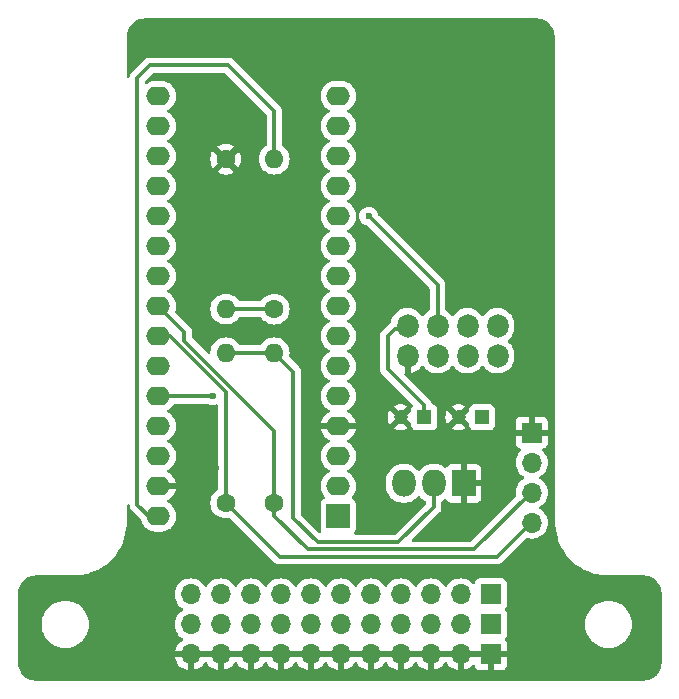
<source format=gbr>
%TF.GenerationSoftware,KiCad,Pcbnew,8.0.1*%
%TF.CreationDate,2024-05-08T13:58:46+07:00*%
%TF.ProjectId,Arduino_RC_Transceiver_DIY_2.0.0,41726475-696e-46f5-9f52-435f5472616e,rev?*%
%TF.SameCoordinates,Original*%
%TF.FileFunction,Copper,L1,Top*%
%TF.FilePolarity,Positive*%
%FSLAX46Y46*%
G04 Gerber Fmt 4.6, Leading zero omitted, Abs format (unit mm)*
G04 Created by KiCad (PCBNEW 8.0.1) date 2024-05-08 13:58:46*
%MOMM*%
%LPD*%
G01*
G04 APERTURE LIST*
%TA.AperFunction,ComponentPad*%
%ADD10O,2.000000X2.300000*%
%TD*%
%TA.AperFunction,ComponentPad*%
%ADD11R,2.000000X2.300000*%
%TD*%
%TA.AperFunction,ComponentPad*%
%ADD12R,2.000000X2.000000*%
%TD*%
%TA.AperFunction,ComponentPad*%
%ADD13O,2.000000X1.600000*%
%TD*%
%TA.AperFunction,ComponentPad*%
%ADD14R,1.200000X1.200000*%
%TD*%
%TA.AperFunction,ComponentPad*%
%ADD15C,1.200000*%
%TD*%
%TA.AperFunction,ComponentPad*%
%ADD16C,1.600000*%
%TD*%
%TA.AperFunction,ComponentPad*%
%ADD17O,1.600000X1.600000*%
%TD*%
%TA.AperFunction,ComponentPad*%
%ADD18R,1.700000X1.700000*%
%TD*%
%TA.AperFunction,ComponentPad*%
%ADD19O,1.700000X1.700000*%
%TD*%
%TA.AperFunction,ComponentPad*%
%ADD20O,1.800000X2.000000*%
%TD*%
%TA.AperFunction,ViaPad*%
%ADD21C,0.600000*%
%TD*%
%TA.AperFunction,Conductor*%
%ADD22C,0.300000*%
%TD*%
G04 APERTURE END LIST*
D10*
%TO.P,U3,1,VIN*%
%TO.N,vin*%
X167760000Y-110500000D03*
%TO.P,U3,2,OUT*%
%TO.N,3v3*%
X170300000Y-110500000D03*
D11*
%TO.P,U3,3,GND*%
%TO.N,GND*%
X172840000Y-110500000D03*
%TD*%
D12*
%TO.P,U2,1,D0/TX*%
%TO.N,GPIO_D1_TX*%
X162227500Y-113280000D03*
D13*
%TO.P,U2,2,D1/RX*%
%TO.N,GPIO_D0_RX*%
X162227500Y-110740000D03*
%TO.P,U2,3,RESET_1*%
%TO.N,unconnected-(U2-RESET_1-Pad3)*%
X162227500Y-108200000D03*
%TO.P,U2,4,GND_1*%
%TO.N,GND*%
X162227500Y-105660000D03*
%TO.P,U2,5,D2*%
%TO.N,GPIO_D2*%
X162227500Y-103120000D03*
%TO.P,U2,6,D3*%
%TO.N,GPIO_D3*%
X162227500Y-100580000D03*
%TO.P,U2,7,D4*%
%TO.N,GPIO_D4*%
X162227500Y-98040000D03*
%TO.P,U2,8,D5*%
%TO.N,GPIO_D5*%
X162227500Y-95500000D03*
%TO.P,U2,9,D6*%
%TO.N,GPIO_D6*%
X162227500Y-92960000D03*
%TO.P,U2,10,D7*%
%TO.N,GPIO_D7*%
X162227500Y-90420000D03*
%TO.P,U2,11,D8*%
%TO.N,GPIO_D8*%
X162227500Y-87880000D03*
%TO.P,U2,12,D9*%
%TO.N,GPIO_D9*%
X162227500Y-85340000D03*
%TO.P,U2,13,D10*%
%TO.N,GPIO_D10_SS*%
X162227500Y-82800000D03*
%TO.P,U2,14,D11*%
%TO.N,GPIO_D11_MOSI*%
X162227500Y-80260000D03*
%TO.P,U2,15,D12*%
%TO.N,GPIO_D12_MISO*%
X162227500Y-77720000D03*
%TO.P,U2,16,D13*%
%TO.N,GPIO_D13_SCK*%
X146987500Y-77720000D03*
%TO.P,U2,17,3V3*%
%TO.N,unconnected-(U2-3V3-Pad17)*%
X146987500Y-80260000D03*
%TO.P,U2,18,AREF*%
%TO.N,unconnected-(U2-AREF-Pad18)*%
X146987500Y-82800000D03*
%TO.P,U2,19,A0*%
%TO.N,GPIO_A0*%
X146987500Y-85340000D03*
%TO.P,U2,20,A1*%
%TO.N,GPIO_A1*%
X146987500Y-87880000D03*
%TO.P,U2,21,A2*%
%TO.N,GPIO_A2*%
X146987500Y-90420000D03*
%TO.P,U2,22,A3*%
%TO.N,GPIO_A3*%
X146987500Y-92960000D03*
%TO.P,U2,23,A4*%
%TO.N,GPIO_A4_SDA*%
X146987500Y-95500000D03*
%TO.P,U2,24,A5*%
%TO.N,GPIO_A5_SCL*%
X146987500Y-98040000D03*
%TO.P,U2,25,A6*%
%TO.N,GPIO_A6*%
X146987500Y-100580000D03*
%TO.P,U2,26,A7*%
%TO.N,GPIO_A7*%
X146987500Y-103120000D03*
%TO.P,U2,27,5V*%
%TO.N,5v*%
X146987500Y-105660000D03*
%TO.P,U2,28,RESET_2*%
%TO.N,unconnected-(U2-RESET_2-Pad28)*%
X146987500Y-108200000D03*
%TO.P,U2,29,GND_2*%
%TO.N,GND*%
X146987500Y-110740000D03*
%TO.P,U2,30,VIN*%
%TO.N,vin*%
X146987500Y-113280000D03*
%TD*%
D14*
%TO.P,C1,1*%
%TO.N,3v3*%
X174400000Y-104900000D03*
D15*
%TO.P,C1,2*%
%TO.N,GND*%
X172400000Y-104900000D03*
%TD*%
D16*
%TO.P,R3,1*%
%TO.N,GPIO_A7*%
X156800000Y-95750000D03*
D17*
%TO.P,R3,2*%
%TO.N,vin*%
X156800000Y-83050000D03*
%TD*%
D18*
%TO.P,J2,1,Pin_1*%
%TO.N,GND*%
X178600000Y-106200000D03*
D19*
%TO.P,J2,2,Pin_2*%
%TO.N,5v*%
X178600000Y-108740000D03*
%TO.P,J2,3,Pin_3*%
%TO.N,GPIO_A4_SDA*%
X178600000Y-111280000D03*
%TO.P,J2,4,Pin_4*%
%TO.N,GPIO_A5_SCL*%
X178600000Y-113820000D03*
%TD*%
D20*
%TO.P,U1,1,GND*%
%TO.N,GND*%
X168090000Y-99695000D03*
%TO.P,U1,2,CE*%
%TO.N,GPIO_D9*%
X170630000Y-99695000D03*
%TO.P,U1,3,SCK*%
%TO.N,GPIO_D13_SCK*%
X173170000Y-99695000D03*
%TO.P,U1,4,MISO*%
%TO.N,GPIO_D12_MISO*%
X175710000Y-99695000D03*
%TO.P,U1,5,IRQ*%
%TO.N,unconnected-(U1-IRQ-Pad5)*%
X175710000Y-97155000D03*
%TO.P,U1,6,MOSI*%
%TO.N,GPIO_D11_MOSI*%
X173170000Y-97155000D03*
%TO.P,U1,7,CSN*%
%TO.N,GPIO_D8*%
X170630000Y-97155000D03*
%TO.P,U1,8,VCC*%
%TO.N,3v3*%
X168090000Y-97155000D03*
%TD*%
D16*
%TO.P,R5,1*%
%TO.N,GND*%
X152700000Y-83050000D03*
D17*
%TO.P,R5,2*%
%TO.N,GPIO_A7*%
X152700000Y-95750000D03*
%TD*%
D19*
%TO.P,J5,11,Pin_11*%
%TO.N,GND*%
X149730000Y-124980000D03*
%TO.P,J5,10,Pin_10*%
X152270000Y-124980000D03*
%TO.P,J5,9,Pin_9*%
X154810000Y-124980000D03*
%TO.P,J5,8,Pin_8*%
X157350000Y-124980000D03*
%TO.P,J5,7,Pin_7*%
X159890000Y-124980000D03*
%TO.P,J5,6,Pin_6*%
X162430000Y-124980000D03*
%TO.P,J5,5,Pin_5*%
X164970000Y-124980000D03*
%TO.P,J5,4,Pin_4*%
X167510000Y-124980000D03*
%TO.P,J5,3,Pin_3*%
X170050000Y-124980000D03*
%TO.P,J5,2,Pin_2*%
X172590000Y-124980000D03*
D18*
%TO.P,J5,1,Pin_1*%
X175130000Y-124980000D03*
%TD*%
D19*
%TO.P,J3,11,Pin_11*%
%TO.N,GPIO_A3*%
X149730000Y-119900000D03*
%TO.P,J3,10,Pin_10*%
%TO.N,GPIO_A2*%
X152270000Y-119900000D03*
%TO.P,J3,9,Pin_9*%
%TO.N,GPIO_A1*%
X154810000Y-119900000D03*
%TO.P,J3,8,Pin_8*%
%TO.N,GPIO_A0*%
X157350000Y-119900000D03*
%TO.P,J3,7,Pin_7*%
%TO.N,GPIO_D10_SS*%
X159890000Y-119900000D03*
%TO.P,J3,6,Pin_6*%
%TO.N,GPIO_D7*%
X162430000Y-119900000D03*
%TO.P,J3,5,Pin_5*%
%TO.N,GPIO_D2*%
X164970000Y-119900000D03*
%TO.P,J3,4,Pin_4*%
%TO.N,GPIO_D3*%
X167510000Y-119900000D03*
%TO.P,J3,3,Pin_3*%
%TO.N,GPIO_D4*%
X170050000Y-119900000D03*
%TO.P,J3,2,Pin_2*%
%TO.N,GPIO_D5*%
X172590000Y-119900000D03*
D18*
%TO.P,J3,1,Pin_1*%
%TO.N,GPIO_D6*%
X175130000Y-119900000D03*
%TD*%
D19*
%TO.P,J4,11,Pin_11*%
%TO.N,vin*%
X149730000Y-122440000D03*
%TO.P,J4,10,Pin_10*%
X152270000Y-122440000D03*
%TO.P,J4,9,Pin_9*%
X154810000Y-122440000D03*
%TO.P,J4,8,Pin_8*%
X157350000Y-122440000D03*
%TO.P,J4,7,Pin_7*%
X159890000Y-122440000D03*
%TO.P,J4,6,Pin_6*%
X162430000Y-122440000D03*
%TO.P,J4,5,Pin_5*%
X164970000Y-122440000D03*
%TO.P,J4,4,Pin_4*%
X167510000Y-122440000D03*
%TO.P,J4,3,Pin_3*%
X170050000Y-122440000D03*
%TO.P,J4,2,Pin_2*%
X172590000Y-122440000D03*
D18*
%TO.P,J4,1,Pin_1*%
X175130000Y-122440000D03*
%TD*%
D16*
%TO.P,R2,1*%
%TO.N,GPIO_A4_SDA*%
X156800000Y-112150000D03*
D17*
%TO.P,R2,2*%
%TO.N,3v3*%
X156800000Y-99450000D03*
%TD*%
D16*
%TO.P,R1,1*%
%TO.N,GPIO_A5_SCL*%
X152700000Y-112150000D03*
D17*
%TO.P,R1,2*%
%TO.N,3v3*%
X152700000Y-99450000D03*
%TD*%
D15*
%TO.P,C2,2*%
%TO.N,GND*%
X167500000Y-104900000D03*
D14*
%TO.P,C2,1*%
%TO.N,3v3*%
X169500000Y-104900000D03*
%TD*%
D21*
%TO.N,GND*%
X164500000Y-81500000D03*
X177300000Y-124500000D03*
X147400000Y-123800000D03*
X170900000Y-102600000D03*
X151900000Y-109200000D03*
%TO.N,GPIO_A7*%
X151575000Y-103075000D03*
%TO.N,GPIO_D8*%
X164800000Y-87880000D03*
%TD*%
D22*
%TO.N,GND*%
X170200000Y-101900000D02*
X170900000Y-102600000D01*
X168090000Y-101290000D02*
X168700000Y-101900000D01*
X168700000Y-101900000D02*
X170200000Y-101900000D01*
X168090000Y-99695000D02*
X168090000Y-101290000D01*
%TO.N,vin*%
X146180000Y-113280000D02*
X146987500Y-113280000D01*
X145200000Y-112300000D02*
X146180000Y-113280000D01*
X152900000Y-75100000D02*
X146300000Y-75100000D01*
X145200000Y-76200000D02*
X145200000Y-112300000D01*
X156800000Y-79000000D02*
X152900000Y-75100000D01*
X146300000Y-75100000D02*
X145200000Y-76200000D01*
X156800000Y-83050000D02*
X156800000Y-79000000D01*
%TO.N,GPIO_A5_SCL*%
X175620000Y-116700000D02*
X157250000Y-116700000D01*
X178500000Y-113820000D02*
X175620000Y-116700000D01*
X178600000Y-113820000D02*
X178500000Y-113820000D01*
%TO.N,GPIO_A4_SDA*%
X173680000Y-116100000D02*
X178500000Y-111280000D01*
%TO.N,GPIO_A5_SCL*%
X157250000Y-116700000D02*
X152700000Y-112150000D01*
%TO.N,GPIO_A4_SDA*%
X159618630Y-116100000D02*
X173680000Y-116100000D01*
X156800000Y-113281370D02*
X159618630Y-116100000D01*
X178500000Y-111280000D02*
X178600000Y-111280000D01*
X156800000Y-112150000D02*
X156800000Y-113281370D01*
%TO.N,3v3*%
X170300000Y-112500000D02*
X170300000Y-110500000D01*
X167300000Y-115500000D02*
X170300000Y-112500000D01*
X158400000Y-101050000D02*
X158400000Y-113400000D01*
X156800000Y-99450000D02*
X158400000Y-101050000D01*
X158400000Y-113400000D02*
X160500000Y-115500000D01*
X160500000Y-115500000D02*
X167300000Y-115500000D01*
%TO.N,GPIO_A4_SDA*%
X156800000Y-106051472D02*
X156800000Y-112150000D01*
X149200000Y-98451472D02*
X156800000Y-106051472D01*
X146987500Y-95500000D02*
X149200000Y-97712500D01*
X149200000Y-97712500D02*
X149200000Y-98451472D01*
%TO.N,GPIO_A5_SCL*%
X146987500Y-98040000D02*
X147940000Y-98040000D01*
X147940000Y-98040000D02*
X152700000Y-102800000D01*
X152700000Y-102800000D02*
X152700000Y-112150000D01*
%TO.N,GPIO_A7*%
X151530000Y-103120000D02*
X151575000Y-103075000D01*
X146987500Y-103120000D02*
X151530000Y-103120000D01*
%TO.N,3v3*%
X169500000Y-103900000D02*
X169500000Y-104900000D01*
X167000000Y-97400000D02*
X166400000Y-98000000D01*
X166400000Y-98000000D02*
X166400000Y-100800000D01*
X167845000Y-97400000D02*
X167000000Y-97400000D01*
X168090000Y-97155000D02*
X167845000Y-97400000D01*
X166400000Y-100800000D02*
X169500000Y-103900000D01*
%TO.N,GPIO_D8*%
X170630000Y-93710000D02*
X164800000Y-87880000D01*
X170630000Y-97155000D02*
X170630000Y-93710000D01*
%TO.N,GND*%
X150360000Y-110740000D02*
X151900000Y-109200000D01*
X146987500Y-110740000D02*
X150360000Y-110740000D01*
%TO.N,3v3*%
X156800000Y-99450000D02*
X152700000Y-99450000D01*
%TO.N,GPIO_A7*%
X152700000Y-95750000D02*
X156800000Y-95750000D01*
%TD*%
%TA.AperFunction,Conductor*%
%TO.N,GND*%
G36*
X151804075Y-124787007D02*
G01*
X151770000Y-124914174D01*
X151770000Y-125045826D01*
X151804075Y-125172993D01*
X151836988Y-125230000D01*
X150163012Y-125230000D01*
X150195925Y-125172993D01*
X150230000Y-125045826D01*
X150230000Y-124914174D01*
X150195925Y-124787007D01*
X150163012Y-124730000D01*
X151836988Y-124730000D01*
X151804075Y-124787007D01*
G37*
%TD.AperFunction*%
%TA.AperFunction,Conductor*%
G36*
X154344075Y-124787007D02*
G01*
X154310000Y-124914174D01*
X154310000Y-125045826D01*
X154344075Y-125172993D01*
X154376988Y-125230000D01*
X152703012Y-125230000D01*
X152735925Y-125172993D01*
X152770000Y-125045826D01*
X152770000Y-124914174D01*
X152735925Y-124787007D01*
X152703012Y-124730000D01*
X154376988Y-124730000D01*
X154344075Y-124787007D01*
G37*
%TD.AperFunction*%
%TA.AperFunction,Conductor*%
G36*
X156884075Y-124787007D02*
G01*
X156850000Y-124914174D01*
X156850000Y-125045826D01*
X156884075Y-125172993D01*
X156916988Y-125230000D01*
X155243012Y-125230000D01*
X155275925Y-125172993D01*
X155310000Y-125045826D01*
X155310000Y-124914174D01*
X155275925Y-124787007D01*
X155243012Y-124730000D01*
X156916988Y-124730000D01*
X156884075Y-124787007D01*
G37*
%TD.AperFunction*%
%TA.AperFunction,Conductor*%
G36*
X159424075Y-124787007D02*
G01*
X159390000Y-124914174D01*
X159390000Y-125045826D01*
X159424075Y-125172993D01*
X159456988Y-125230000D01*
X157783012Y-125230000D01*
X157815925Y-125172993D01*
X157850000Y-125045826D01*
X157850000Y-124914174D01*
X157815925Y-124787007D01*
X157783012Y-124730000D01*
X159456988Y-124730000D01*
X159424075Y-124787007D01*
G37*
%TD.AperFunction*%
%TA.AperFunction,Conductor*%
G36*
X161964075Y-124787007D02*
G01*
X161930000Y-124914174D01*
X161930000Y-125045826D01*
X161964075Y-125172993D01*
X161996988Y-125230000D01*
X160323012Y-125230000D01*
X160355925Y-125172993D01*
X160390000Y-125045826D01*
X160390000Y-124914174D01*
X160355925Y-124787007D01*
X160323012Y-124730000D01*
X161996988Y-124730000D01*
X161964075Y-124787007D01*
G37*
%TD.AperFunction*%
%TA.AperFunction,Conductor*%
G36*
X164504075Y-124787007D02*
G01*
X164470000Y-124914174D01*
X164470000Y-125045826D01*
X164504075Y-125172993D01*
X164536988Y-125230000D01*
X162863012Y-125230000D01*
X162895925Y-125172993D01*
X162930000Y-125045826D01*
X162930000Y-124914174D01*
X162895925Y-124787007D01*
X162863012Y-124730000D01*
X164536988Y-124730000D01*
X164504075Y-124787007D01*
G37*
%TD.AperFunction*%
%TA.AperFunction,Conductor*%
G36*
X167044075Y-124787007D02*
G01*
X167010000Y-124914174D01*
X167010000Y-125045826D01*
X167044075Y-125172993D01*
X167076988Y-125230000D01*
X165403012Y-125230000D01*
X165435925Y-125172993D01*
X165470000Y-125045826D01*
X165470000Y-124914174D01*
X165435925Y-124787007D01*
X165403012Y-124730000D01*
X167076988Y-124730000D01*
X167044075Y-124787007D01*
G37*
%TD.AperFunction*%
%TA.AperFunction,Conductor*%
G36*
X169584075Y-124787007D02*
G01*
X169550000Y-124914174D01*
X169550000Y-125045826D01*
X169584075Y-125172993D01*
X169616988Y-125230000D01*
X167943012Y-125230000D01*
X167975925Y-125172993D01*
X168010000Y-125045826D01*
X168010000Y-124914174D01*
X167975925Y-124787007D01*
X167943012Y-124730000D01*
X169616988Y-124730000D01*
X169584075Y-124787007D01*
G37*
%TD.AperFunction*%
%TA.AperFunction,Conductor*%
G36*
X172124075Y-124787007D02*
G01*
X172090000Y-124914174D01*
X172090000Y-125045826D01*
X172124075Y-125172993D01*
X172156988Y-125230000D01*
X170483012Y-125230000D01*
X170515925Y-125172993D01*
X170550000Y-125045826D01*
X170550000Y-124914174D01*
X170515925Y-124787007D01*
X170483012Y-124730000D01*
X172156988Y-124730000D01*
X172124075Y-124787007D01*
G37*
%TD.AperFunction*%
%TA.AperFunction,Conductor*%
G36*
X174664075Y-124787007D02*
G01*
X174630000Y-124914174D01*
X174630000Y-125045826D01*
X174664075Y-125172993D01*
X174696988Y-125230000D01*
X173023012Y-125230000D01*
X173055925Y-125172993D01*
X173090000Y-125045826D01*
X173090000Y-124914174D01*
X173055925Y-124787007D01*
X173023012Y-124730000D01*
X174696988Y-124730000D01*
X174664075Y-124787007D01*
G37*
%TD.AperFunction*%
%TA.AperFunction,Conductor*%
G36*
X179044418Y-71140816D02*
G01*
X179244561Y-71155130D01*
X179262063Y-71157647D01*
X179453797Y-71199355D01*
X179470755Y-71204334D01*
X179654609Y-71272909D01*
X179670701Y-71280259D01*
X179842904Y-71374288D01*
X179857784Y-71383849D01*
X180014867Y-71501441D01*
X180028237Y-71513027D01*
X180166972Y-71651762D01*
X180178558Y-71665132D01*
X180296146Y-71822210D01*
X180305711Y-71837095D01*
X180399740Y-72009298D01*
X180407090Y-72025390D01*
X180475662Y-72209236D01*
X180480646Y-72226212D01*
X180522351Y-72417931D01*
X180524869Y-72435442D01*
X180539184Y-72635580D01*
X180539500Y-72644427D01*
X180539500Y-72713057D01*
X180539598Y-72714549D01*
X180594106Y-113740087D01*
X180594106Y-113740089D01*
X180594191Y-113804648D01*
X180594290Y-113879129D01*
X180594297Y-113879238D01*
X180594457Y-114002314D01*
X180594458Y-114002332D01*
X180629169Y-114393424D01*
X180629170Y-114393430D01*
X180697215Y-114776689D01*
X180697813Y-114780054D01*
X180799855Y-115159198D01*
X180799856Y-115159203D01*
X180799859Y-115159211D01*
X180854134Y-115307853D01*
X180934534Y-115528045D01*
X180934537Y-115528051D01*
X181099675Y-115881307D01*
X181100820Y-115883755D01*
X181100829Y-115883773D01*
X181175696Y-116013181D01*
X181297454Y-116223641D01*
X181297459Y-116223649D01*
X181297464Y-116223656D01*
X181522930Y-116545100D01*
X181522934Y-116545105D01*
X181522935Y-116545106D01*
X181775553Y-116845714D01*
X181775562Y-116845723D01*
X181775563Y-116845724D01*
X182053385Y-117123179D01*
X182053392Y-117123185D01*
X182354330Y-117375401D01*
X182676084Y-117600449D01*
X182676097Y-117600457D01*
X183016224Y-117796630D01*
X183016228Y-117796632D01*
X183016235Y-117796636D01*
X183016249Y-117796642D01*
X183016256Y-117796646D01*
X183371318Y-117962055D01*
X183372166Y-117962450D01*
X183554210Y-118028648D01*
X183741183Y-118096639D01*
X183879851Y-118133762D01*
X184120487Y-118198184D01*
X184507190Y-118266313D01*
X184507192Y-118266313D01*
X184507197Y-118266314D01*
X184594556Y-118273950D01*
X184898358Y-118300507D01*
X185094688Y-118300500D01*
X185160580Y-118300500D01*
X188034108Y-118300500D01*
X188095572Y-118300500D01*
X188104418Y-118300816D01*
X188304561Y-118315130D01*
X188322063Y-118317647D01*
X188513797Y-118359355D01*
X188530755Y-118364334D01*
X188714609Y-118432909D01*
X188730701Y-118440259D01*
X188902904Y-118534288D01*
X188917784Y-118543849D01*
X189074867Y-118661441D01*
X189088237Y-118673027D01*
X189226972Y-118811762D01*
X189238558Y-118825132D01*
X189356146Y-118982210D01*
X189365711Y-118997095D01*
X189459740Y-119169298D01*
X189467090Y-119185390D01*
X189535662Y-119369236D01*
X189540646Y-119386212D01*
X189582351Y-119577931D01*
X189584869Y-119595442D01*
X189599184Y-119795580D01*
X189599500Y-119804427D01*
X189599500Y-125695572D01*
X189599184Y-125704419D01*
X189584869Y-125904557D01*
X189582351Y-125922068D01*
X189540646Y-126113787D01*
X189535662Y-126130763D01*
X189467090Y-126314609D01*
X189459740Y-126330701D01*
X189365711Y-126502904D01*
X189356146Y-126517789D01*
X189238558Y-126674867D01*
X189226972Y-126688237D01*
X189088237Y-126826972D01*
X189074867Y-126838558D01*
X188917789Y-126956146D01*
X188902904Y-126965711D01*
X188730701Y-127059740D01*
X188714609Y-127067090D01*
X188530763Y-127135662D01*
X188513787Y-127140646D01*
X188322068Y-127182351D01*
X188304557Y-127184869D01*
X188123779Y-127197799D01*
X188104417Y-127199184D01*
X188095572Y-127199500D01*
X136604428Y-127199500D01*
X136595582Y-127199184D01*
X136573622Y-127197613D01*
X136395442Y-127184869D01*
X136377931Y-127182351D01*
X136186212Y-127140646D01*
X136169236Y-127135662D01*
X135985390Y-127067090D01*
X135969298Y-127059740D01*
X135797095Y-126965711D01*
X135782210Y-126956146D01*
X135625132Y-126838558D01*
X135611762Y-126826972D01*
X135473027Y-126688237D01*
X135461441Y-126674867D01*
X135343849Y-126517784D01*
X135334288Y-126502904D01*
X135240259Y-126330701D01*
X135232909Y-126314609D01*
X135231426Y-126310633D01*
X135164334Y-126130755D01*
X135159355Y-126113797D01*
X135117647Y-125922063D01*
X135115130Y-125904556D01*
X135113218Y-125877827D01*
X135100816Y-125704418D01*
X135100500Y-125695572D01*
X135100500Y-122440001D01*
X137094390Y-122440001D01*
X137114804Y-122725433D01*
X137175628Y-123005037D01*
X137175630Y-123005043D01*
X137175631Y-123005046D01*
X137217699Y-123117834D01*
X137275635Y-123273166D01*
X137412770Y-123524309D01*
X137412775Y-123524317D01*
X137584254Y-123753387D01*
X137584270Y-123753405D01*
X137786594Y-123955729D01*
X137786612Y-123955745D01*
X138015682Y-124127224D01*
X138015690Y-124127229D01*
X138266833Y-124264364D01*
X138266832Y-124264364D01*
X138266836Y-124264365D01*
X138266839Y-124264367D01*
X138534954Y-124364369D01*
X138534960Y-124364370D01*
X138534962Y-124364371D01*
X138814566Y-124425195D01*
X138814568Y-124425195D01*
X138814572Y-124425196D01*
X139068220Y-124443337D01*
X139099999Y-124445610D01*
X139100000Y-124445610D01*
X139100001Y-124445610D01*
X139128595Y-124443564D01*
X139385428Y-124425196D01*
X139665046Y-124364369D01*
X139933161Y-124264367D01*
X140184315Y-124127226D01*
X140413395Y-123955739D01*
X140615739Y-123753395D01*
X140787226Y-123524315D01*
X140924367Y-123273161D01*
X141024369Y-123005046D01*
X141046423Y-122903664D01*
X141085195Y-122725433D01*
X141085195Y-122725432D01*
X141085196Y-122725428D01*
X141105610Y-122440000D01*
X148374341Y-122440000D01*
X148394936Y-122675403D01*
X148394938Y-122675413D01*
X148456094Y-122903655D01*
X148456096Y-122903659D01*
X148456097Y-122903663D01*
X148503369Y-123005037D01*
X148555965Y-123117830D01*
X148555967Y-123117834D01*
X148663254Y-123271054D01*
X148691501Y-123311396D01*
X148691506Y-123311402D01*
X148858597Y-123478493D01*
X148858603Y-123478498D01*
X149044594Y-123608730D01*
X149088219Y-123663307D01*
X149095413Y-123732805D01*
X149063890Y-123795160D01*
X149044595Y-123811880D01*
X148858922Y-123941890D01*
X148858920Y-123941891D01*
X148691891Y-124108920D01*
X148691886Y-124108926D01*
X148556400Y-124302420D01*
X148556399Y-124302422D01*
X148456570Y-124516507D01*
X148456567Y-124516513D01*
X148399364Y-124729999D01*
X148399364Y-124730000D01*
X149296988Y-124730000D01*
X149264075Y-124787007D01*
X149230000Y-124914174D01*
X149230000Y-125045826D01*
X149264075Y-125172993D01*
X149296988Y-125230000D01*
X148399364Y-125230000D01*
X148456567Y-125443486D01*
X148456570Y-125443492D01*
X148556399Y-125657578D01*
X148691894Y-125851082D01*
X148858917Y-126018105D01*
X149052421Y-126153600D01*
X149266507Y-126253429D01*
X149266516Y-126253433D01*
X149480000Y-126310634D01*
X149480000Y-125413012D01*
X149537007Y-125445925D01*
X149664174Y-125480000D01*
X149795826Y-125480000D01*
X149922993Y-125445925D01*
X149980000Y-125413012D01*
X149980000Y-126310633D01*
X150193483Y-126253433D01*
X150193492Y-126253429D01*
X150407578Y-126153600D01*
X150601082Y-126018105D01*
X150768105Y-125851082D01*
X150898425Y-125664968D01*
X150953002Y-125621344D01*
X151022501Y-125614151D01*
X151084855Y-125645673D01*
X151101575Y-125664968D01*
X151231894Y-125851082D01*
X151398917Y-126018105D01*
X151592421Y-126153600D01*
X151806507Y-126253429D01*
X151806516Y-126253433D01*
X152020000Y-126310634D01*
X152020000Y-125413012D01*
X152077007Y-125445925D01*
X152204174Y-125480000D01*
X152335826Y-125480000D01*
X152462993Y-125445925D01*
X152520000Y-125413012D01*
X152520000Y-126310633D01*
X152733483Y-126253433D01*
X152733492Y-126253429D01*
X152947578Y-126153600D01*
X153141082Y-126018105D01*
X153308105Y-125851082D01*
X153438425Y-125664968D01*
X153493002Y-125621344D01*
X153562501Y-125614151D01*
X153624855Y-125645673D01*
X153641575Y-125664968D01*
X153771894Y-125851082D01*
X153938917Y-126018105D01*
X154132421Y-126153600D01*
X154346507Y-126253429D01*
X154346516Y-126253433D01*
X154560000Y-126310634D01*
X154560000Y-125413012D01*
X154617007Y-125445925D01*
X154744174Y-125480000D01*
X154875826Y-125480000D01*
X155002993Y-125445925D01*
X155060000Y-125413012D01*
X155060000Y-126310633D01*
X155273483Y-126253433D01*
X155273492Y-126253429D01*
X155487578Y-126153600D01*
X155681082Y-126018105D01*
X155848105Y-125851082D01*
X155978425Y-125664968D01*
X156033002Y-125621344D01*
X156102501Y-125614151D01*
X156164855Y-125645673D01*
X156181575Y-125664968D01*
X156311894Y-125851082D01*
X156478917Y-126018105D01*
X156672421Y-126153600D01*
X156886507Y-126253429D01*
X156886516Y-126253433D01*
X157100000Y-126310634D01*
X157100000Y-125413012D01*
X157157007Y-125445925D01*
X157284174Y-125480000D01*
X157415826Y-125480000D01*
X157542993Y-125445925D01*
X157600000Y-125413012D01*
X157600000Y-126310633D01*
X157813483Y-126253433D01*
X157813492Y-126253429D01*
X158027578Y-126153600D01*
X158221082Y-126018105D01*
X158388105Y-125851082D01*
X158518425Y-125664968D01*
X158573002Y-125621344D01*
X158642501Y-125614151D01*
X158704855Y-125645673D01*
X158721575Y-125664968D01*
X158851894Y-125851082D01*
X159018917Y-126018105D01*
X159212421Y-126153600D01*
X159426507Y-126253429D01*
X159426516Y-126253433D01*
X159640000Y-126310634D01*
X159640000Y-125413012D01*
X159697007Y-125445925D01*
X159824174Y-125480000D01*
X159955826Y-125480000D01*
X160082993Y-125445925D01*
X160140000Y-125413012D01*
X160140000Y-126310633D01*
X160353483Y-126253433D01*
X160353492Y-126253429D01*
X160567578Y-126153600D01*
X160761082Y-126018105D01*
X160928105Y-125851082D01*
X161058425Y-125664968D01*
X161113002Y-125621344D01*
X161182501Y-125614151D01*
X161244855Y-125645673D01*
X161261575Y-125664968D01*
X161391894Y-125851082D01*
X161558917Y-126018105D01*
X161752421Y-126153600D01*
X161966507Y-126253429D01*
X161966516Y-126253433D01*
X162180000Y-126310634D01*
X162180000Y-125413012D01*
X162237007Y-125445925D01*
X162364174Y-125480000D01*
X162495826Y-125480000D01*
X162622993Y-125445925D01*
X162680000Y-125413012D01*
X162680000Y-126310633D01*
X162893483Y-126253433D01*
X162893492Y-126253429D01*
X163107578Y-126153600D01*
X163301082Y-126018105D01*
X163468105Y-125851082D01*
X163598425Y-125664968D01*
X163653002Y-125621344D01*
X163722501Y-125614151D01*
X163784855Y-125645673D01*
X163801575Y-125664968D01*
X163931894Y-125851082D01*
X164098917Y-126018105D01*
X164292421Y-126153600D01*
X164506507Y-126253429D01*
X164506516Y-126253433D01*
X164720000Y-126310634D01*
X164720000Y-125413012D01*
X164777007Y-125445925D01*
X164904174Y-125480000D01*
X165035826Y-125480000D01*
X165162993Y-125445925D01*
X165220000Y-125413012D01*
X165220000Y-126310633D01*
X165433483Y-126253433D01*
X165433492Y-126253429D01*
X165647578Y-126153600D01*
X165841082Y-126018105D01*
X166008105Y-125851082D01*
X166138425Y-125664968D01*
X166193002Y-125621344D01*
X166262501Y-125614151D01*
X166324855Y-125645673D01*
X166341575Y-125664968D01*
X166471894Y-125851082D01*
X166638917Y-126018105D01*
X166832421Y-126153600D01*
X167046507Y-126253429D01*
X167046516Y-126253433D01*
X167260000Y-126310634D01*
X167260000Y-125413012D01*
X167317007Y-125445925D01*
X167444174Y-125480000D01*
X167575826Y-125480000D01*
X167702993Y-125445925D01*
X167760000Y-125413012D01*
X167760000Y-126310633D01*
X167973483Y-126253433D01*
X167973492Y-126253429D01*
X168187578Y-126153600D01*
X168381082Y-126018105D01*
X168548105Y-125851082D01*
X168678425Y-125664968D01*
X168733002Y-125621344D01*
X168802501Y-125614151D01*
X168864855Y-125645673D01*
X168881575Y-125664968D01*
X169011894Y-125851082D01*
X169178917Y-126018105D01*
X169372421Y-126153600D01*
X169586507Y-126253429D01*
X169586516Y-126253433D01*
X169800000Y-126310634D01*
X169800000Y-125413012D01*
X169857007Y-125445925D01*
X169984174Y-125480000D01*
X170115826Y-125480000D01*
X170242993Y-125445925D01*
X170300000Y-125413012D01*
X170300000Y-126310633D01*
X170513483Y-126253433D01*
X170513492Y-126253429D01*
X170727578Y-126153600D01*
X170921082Y-126018105D01*
X171088105Y-125851082D01*
X171218425Y-125664968D01*
X171273002Y-125621344D01*
X171342501Y-125614151D01*
X171404855Y-125645673D01*
X171421575Y-125664968D01*
X171551894Y-125851082D01*
X171718917Y-126018105D01*
X171912421Y-126153600D01*
X172126507Y-126253429D01*
X172126516Y-126253433D01*
X172340000Y-126310634D01*
X172340000Y-125413012D01*
X172397007Y-125445925D01*
X172524174Y-125480000D01*
X172655826Y-125480000D01*
X172782993Y-125445925D01*
X172840000Y-125413012D01*
X172840000Y-126310633D01*
X173053483Y-126253433D01*
X173053492Y-126253429D01*
X173267578Y-126153600D01*
X173461078Y-126018108D01*
X173583521Y-125895665D01*
X173644844Y-125862180D01*
X173714536Y-125867164D01*
X173770470Y-125909035D01*
X173787385Y-125940013D01*
X173836645Y-126072086D01*
X173836649Y-126072093D01*
X173922809Y-126187187D01*
X173922812Y-126187190D01*
X174037906Y-126273350D01*
X174037913Y-126273354D01*
X174172620Y-126323596D01*
X174172627Y-126323598D01*
X174232155Y-126329999D01*
X174232172Y-126330000D01*
X174880000Y-126330000D01*
X174880000Y-125413012D01*
X174937007Y-125445925D01*
X175064174Y-125480000D01*
X175195826Y-125480000D01*
X175322993Y-125445925D01*
X175380000Y-125413012D01*
X175380000Y-126330000D01*
X176027828Y-126330000D01*
X176027844Y-126329999D01*
X176087372Y-126323598D01*
X176087379Y-126323596D01*
X176222086Y-126273354D01*
X176222093Y-126273350D01*
X176337187Y-126187190D01*
X176337190Y-126187187D01*
X176423350Y-126072093D01*
X176423354Y-126072086D01*
X176473596Y-125937379D01*
X176473598Y-125937372D01*
X176479999Y-125877844D01*
X176480000Y-125877827D01*
X176480000Y-125230000D01*
X175563012Y-125230000D01*
X175595925Y-125172993D01*
X175630000Y-125045826D01*
X175630000Y-124914174D01*
X175595925Y-124787007D01*
X175563012Y-124730000D01*
X176480000Y-124730000D01*
X176480000Y-124082172D01*
X176479999Y-124082155D01*
X176473598Y-124022627D01*
X176473596Y-124022620D01*
X176423354Y-123887913D01*
X176423352Y-123887910D01*
X176346110Y-123784729D01*
X176321692Y-123719265D01*
X176336543Y-123650992D01*
X176346105Y-123636111D01*
X176423796Y-123532331D01*
X176474091Y-123397483D01*
X176480500Y-123337873D01*
X176480500Y-122440001D01*
X183094390Y-122440001D01*
X183114804Y-122725433D01*
X183175628Y-123005037D01*
X183175630Y-123005043D01*
X183175631Y-123005046D01*
X183217699Y-123117834D01*
X183275635Y-123273166D01*
X183412770Y-123524309D01*
X183412775Y-123524317D01*
X183584254Y-123753387D01*
X183584270Y-123753405D01*
X183786594Y-123955729D01*
X183786612Y-123955745D01*
X184015682Y-124127224D01*
X184015690Y-124127229D01*
X184266833Y-124264364D01*
X184266832Y-124264364D01*
X184266836Y-124264365D01*
X184266839Y-124264367D01*
X184534954Y-124364369D01*
X184534960Y-124364370D01*
X184534962Y-124364371D01*
X184814566Y-124425195D01*
X184814568Y-124425195D01*
X184814572Y-124425196D01*
X185068220Y-124443337D01*
X185099999Y-124445610D01*
X185100000Y-124445610D01*
X185100001Y-124445610D01*
X185128595Y-124443564D01*
X185385428Y-124425196D01*
X185665046Y-124364369D01*
X185933161Y-124264367D01*
X186184315Y-124127226D01*
X186413395Y-123955739D01*
X186615739Y-123753395D01*
X186787226Y-123524315D01*
X186924367Y-123273161D01*
X187024369Y-123005046D01*
X187046423Y-122903664D01*
X187085195Y-122725433D01*
X187085195Y-122725432D01*
X187085196Y-122725428D01*
X187105610Y-122440000D01*
X187085196Y-122154572D01*
X187046423Y-121976337D01*
X187024371Y-121874962D01*
X187024370Y-121874960D01*
X187024369Y-121874954D01*
X186924367Y-121606839D01*
X186903486Y-121568599D01*
X186787229Y-121355690D01*
X186787224Y-121355682D01*
X186615745Y-121126612D01*
X186615729Y-121126594D01*
X186413405Y-120924270D01*
X186413387Y-120924254D01*
X186184317Y-120752775D01*
X186184309Y-120752770D01*
X185933166Y-120615635D01*
X185933167Y-120615635D01*
X185801554Y-120566546D01*
X185665046Y-120515631D01*
X185665043Y-120515630D01*
X185665037Y-120515628D01*
X185385433Y-120454804D01*
X185100001Y-120434390D01*
X185099999Y-120434390D01*
X184814566Y-120454804D01*
X184534962Y-120515628D01*
X184266833Y-120615635D01*
X184015690Y-120752770D01*
X184015682Y-120752775D01*
X183786612Y-120924254D01*
X183786594Y-120924270D01*
X183584270Y-121126594D01*
X183584254Y-121126612D01*
X183412775Y-121355682D01*
X183412770Y-121355690D01*
X183275635Y-121606833D01*
X183175628Y-121874962D01*
X183114804Y-122154566D01*
X183094390Y-122439998D01*
X183094390Y-122440001D01*
X176480500Y-122440001D01*
X176480499Y-121542128D01*
X176474091Y-121482517D01*
X176472810Y-121479083D01*
X176423797Y-121347671D01*
X176423795Y-121347668D01*
X176346421Y-121244309D01*
X176322004Y-121178848D01*
X176336855Y-121110575D01*
X176346416Y-121095696D01*
X176423796Y-120992331D01*
X176474091Y-120857483D01*
X176480500Y-120797873D01*
X176480499Y-119002128D01*
X176474091Y-118942517D01*
X176472810Y-118939083D01*
X176423797Y-118807671D01*
X176423793Y-118807664D01*
X176337547Y-118692455D01*
X176337544Y-118692452D01*
X176222335Y-118606206D01*
X176222328Y-118606202D01*
X176087482Y-118555908D01*
X176087483Y-118555908D01*
X176027883Y-118549501D01*
X176027881Y-118549500D01*
X176027873Y-118549500D01*
X176027864Y-118549500D01*
X174232129Y-118549500D01*
X174232123Y-118549501D01*
X174172516Y-118555908D01*
X174037671Y-118606202D01*
X174037664Y-118606206D01*
X173922455Y-118692452D01*
X173922452Y-118692455D01*
X173836206Y-118807664D01*
X173836203Y-118807669D01*
X173787189Y-118939083D01*
X173745317Y-118995016D01*
X173679853Y-119019433D01*
X173611580Y-119004581D01*
X173583326Y-118983430D01*
X173461402Y-118861506D01*
X173461395Y-118861501D01*
X173267834Y-118725967D01*
X173267830Y-118725965D01*
X173267828Y-118725964D01*
X173053663Y-118626097D01*
X173053659Y-118626096D01*
X173053655Y-118626094D01*
X172825413Y-118564938D01*
X172825403Y-118564936D01*
X172590001Y-118544341D01*
X172589999Y-118544341D01*
X172354596Y-118564936D01*
X172354586Y-118564938D01*
X172126344Y-118626094D01*
X172126335Y-118626098D01*
X171912171Y-118725964D01*
X171912169Y-118725965D01*
X171718597Y-118861505D01*
X171551505Y-119028597D01*
X171421575Y-119214158D01*
X171366998Y-119257783D01*
X171297500Y-119264977D01*
X171235145Y-119233454D01*
X171218425Y-119214158D01*
X171088494Y-119028597D01*
X170921402Y-118861506D01*
X170921395Y-118861501D01*
X170727834Y-118725967D01*
X170727830Y-118725965D01*
X170727828Y-118725964D01*
X170513663Y-118626097D01*
X170513659Y-118626096D01*
X170513655Y-118626094D01*
X170285413Y-118564938D01*
X170285403Y-118564936D01*
X170050001Y-118544341D01*
X170049999Y-118544341D01*
X169814596Y-118564936D01*
X169814586Y-118564938D01*
X169586344Y-118626094D01*
X169586335Y-118626098D01*
X169372171Y-118725964D01*
X169372169Y-118725965D01*
X169178597Y-118861505D01*
X169011505Y-119028597D01*
X168881575Y-119214158D01*
X168826998Y-119257783D01*
X168757500Y-119264977D01*
X168695145Y-119233454D01*
X168678425Y-119214158D01*
X168548494Y-119028597D01*
X168381402Y-118861506D01*
X168381395Y-118861501D01*
X168187834Y-118725967D01*
X168187830Y-118725965D01*
X168187828Y-118725964D01*
X167973663Y-118626097D01*
X167973659Y-118626096D01*
X167973655Y-118626094D01*
X167745413Y-118564938D01*
X167745403Y-118564936D01*
X167510001Y-118544341D01*
X167509999Y-118544341D01*
X167274596Y-118564936D01*
X167274586Y-118564938D01*
X167046344Y-118626094D01*
X167046335Y-118626098D01*
X166832171Y-118725964D01*
X166832169Y-118725965D01*
X166638597Y-118861505D01*
X166471505Y-119028597D01*
X166341575Y-119214158D01*
X166286998Y-119257783D01*
X166217500Y-119264977D01*
X166155145Y-119233454D01*
X166138425Y-119214158D01*
X166008494Y-119028597D01*
X165841402Y-118861506D01*
X165841395Y-118861501D01*
X165647834Y-118725967D01*
X165647830Y-118725965D01*
X165647828Y-118725964D01*
X165433663Y-118626097D01*
X165433659Y-118626096D01*
X165433655Y-118626094D01*
X165205413Y-118564938D01*
X165205403Y-118564936D01*
X164970001Y-118544341D01*
X164969999Y-118544341D01*
X164734596Y-118564936D01*
X164734586Y-118564938D01*
X164506344Y-118626094D01*
X164506335Y-118626098D01*
X164292171Y-118725964D01*
X164292169Y-118725965D01*
X164098597Y-118861505D01*
X163931505Y-119028597D01*
X163801575Y-119214158D01*
X163746998Y-119257783D01*
X163677500Y-119264977D01*
X163615145Y-119233454D01*
X163598425Y-119214158D01*
X163468494Y-119028597D01*
X163301402Y-118861506D01*
X163301395Y-118861501D01*
X163107834Y-118725967D01*
X163107830Y-118725965D01*
X163107828Y-118725964D01*
X162893663Y-118626097D01*
X162893659Y-118626096D01*
X162893655Y-118626094D01*
X162665413Y-118564938D01*
X162665403Y-118564936D01*
X162430001Y-118544341D01*
X162429999Y-118544341D01*
X162194596Y-118564936D01*
X162194586Y-118564938D01*
X161966344Y-118626094D01*
X161966335Y-118626098D01*
X161752171Y-118725964D01*
X161752169Y-118725965D01*
X161558597Y-118861505D01*
X161391505Y-119028597D01*
X161261575Y-119214158D01*
X161206998Y-119257783D01*
X161137500Y-119264977D01*
X161075145Y-119233454D01*
X161058425Y-119214158D01*
X160928494Y-119028597D01*
X160761402Y-118861506D01*
X160761395Y-118861501D01*
X160567834Y-118725967D01*
X160567830Y-118725965D01*
X160567828Y-118725964D01*
X160353663Y-118626097D01*
X160353659Y-118626096D01*
X160353655Y-118626094D01*
X160125413Y-118564938D01*
X160125403Y-118564936D01*
X159890001Y-118544341D01*
X159889999Y-118544341D01*
X159654596Y-118564936D01*
X159654586Y-118564938D01*
X159426344Y-118626094D01*
X159426335Y-118626098D01*
X159212171Y-118725964D01*
X159212169Y-118725965D01*
X159018597Y-118861505D01*
X158851505Y-119028597D01*
X158721575Y-119214158D01*
X158666998Y-119257783D01*
X158597500Y-119264977D01*
X158535145Y-119233454D01*
X158518425Y-119214158D01*
X158388494Y-119028597D01*
X158221402Y-118861506D01*
X158221395Y-118861501D01*
X158027834Y-118725967D01*
X158027830Y-118725965D01*
X158027828Y-118725964D01*
X157813663Y-118626097D01*
X157813659Y-118626096D01*
X157813655Y-118626094D01*
X157585413Y-118564938D01*
X157585403Y-118564936D01*
X157350001Y-118544341D01*
X157349999Y-118544341D01*
X157114596Y-118564936D01*
X157114586Y-118564938D01*
X156886344Y-118626094D01*
X156886335Y-118626098D01*
X156672171Y-118725964D01*
X156672169Y-118725965D01*
X156478597Y-118861505D01*
X156311505Y-119028597D01*
X156181575Y-119214158D01*
X156126998Y-119257783D01*
X156057500Y-119264977D01*
X155995145Y-119233454D01*
X155978425Y-119214158D01*
X155848494Y-119028597D01*
X155681402Y-118861506D01*
X155681395Y-118861501D01*
X155487834Y-118725967D01*
X155487830Y-118725965D01*
X155487828Y-118725964D01*
X155273663Y-118626097D01*
X155273659Y-118626096D01*
X155273655Y-118626094D01*
X155045413Y-118564938D01*
X155045403Y-118564936D01*
X154810001Y-118544341D01*
X154809999Y-118544341D01*
X154574596Y-118564936D01*
X154574586Y-118564938D01*
X154346344Y-118626094D01*
X154346335Y-118626098D01*
X154132171Y-118725964D01*
X154132169Y-118725965D01*
X153938597Y-118861505D01*
X153771505Y-119028597D01*
X153641575Y-119214158D01*
X153586998Y-119257783D01*
X153517500Y-119264977D01*
X153455145Y-119233454D01*
X153438425Y-119214158D01*
X153308494Y-119028597D01*
X153141402Y-118861506D01*
X153141395Y-118861501D01*
X152947834Y-118725967D01*
X152947830Y-118725965D01*
X152947828Y-118725964D01*
X152733663Y-118626097D01*
X152733659Y-118626096D01*
X152733655Y-118626094D01*
X152505413Y-118564938D01*
X152505403Y-118564936D01*
X152270001Y-118544341D01*
X152269999Y-118544341D01*
X152034596Y-118564936D01*
X152034586Y-118564938D01*
X151806344Y-118626094D01*
X151806335Y-118626098D01*
X151592171Y-118725964D01*
X151592169Y-118725965D01*
X151398597Y-118861505D01*
X151231505Y-119028597D01*
X151101575Y-119214158D01*
X151046998Y-119257783D01*
X150977500Y-119264977D01*
X150915145Y-119233454D01*
X150898425Y-119214158D01*
X150768494Y-119028597D01*
X150601402Y-118861506D01*
X150601395Y-118861501D01*
X150407834Y-118725967D01*
X150407830Y-118725965D01*
X150407828Y-118725964D01*
X150193663Y-118626097D01*
X150193659Y-118626096D01*
X150193655Y-118626094D01*
X149965413Y-118564938D01*
X149965403Y-118564936D01*
X149730001Y-118544341D01*
X149729999Y-118544341D01*
X149494596Y-118564936D01*
X149494586Y-118564938D01*
X149266344Y-118626094D01*
X149266335Y-118626098D01*
X149052171Y-118725964D01*
X149052169Y-118725965D01*
X148858597Y-118861505D01*
X148691505Y-119028597D01*
X148555965Y-119222169D01*
X148555964Y-119222171D01*
X148456098Y-119436335D01*
X148456094Y-119436344D01*
X148394938Y-119664586D01*
X148394936Y-119664596D01*
X148374341Y-119899999D01*
X148374341Y-119900000D01*
X148394936Y-120135403D01*
X148394938Y-120135413D01*
X148456094Y-120363655D01*
X148456096Y-120363659D01*
X148456097Y-120363663D01*
X148460000Y-120372032D01*
X148555965Y-120577830D01*
X148555967Y-120577834D01*
X148582436Y-120615635D01*
X148691501Y-120771396D01*
X148691506Y-120771402D01*
X148858597Y-120938493D01*
X148858603Y-120938498D01*
X149044158Y-121068425D01*
X149087783Y-121123002D01*
X149094977Y-121192500D01*
X149063454Y-121254855D01*
X149044158Y-121271575D01*
X148858597Y-121401505D01*
X148691505Y-121568597D01*
X148555965Y-121762169D01*
X148555964Y-121762171D01*
X148456098Y-121976335D01*
X148456094Y-121976344D01*
X148394938Y-122204586D01*
X148394936Y-122204596D01*
X148374341Y-122439999D01*
X148374341Y-122440000D01*
X141105610Y-122440000D01*
X141085196Y-122154572D01*
X141046423Y-121976337D01*
X141024371Y-121874962D01*
X141024370Y-121874960D01*
X141024369Y-121874954D01*
X140924367Y-121606839D01*
X140903486Y-121568599D01*
X140787229Y-121355690D01*
X140787224Y-121355682D01*
X140615745Y-121126612D01*
X140615729Y-121126594D01*
X140413405Y-120924270D01*
X140413387Y-120924254D01*
X140184317Y-120752775D01*
X140184309Y-120752770D01*
X139933166Y-120615635D01*
X139933167Y-120615635D01*
X139801554Y-120566546D01*
X139665046Y-120515631D01*
X139665043Y-120515630D01*
X139665037Y-120515628D01*
X139385433Y-120454804D01*
X139100001Y-120434390D01*
X139099999Y-120434390D01*
X138814566Y-120454804D01*
X138534962Y-120515628D01*
X138266833Y-120615635D01*
X138015690Y-120752770D01*
X138015682Y-120752775D01*
X137786612Y-120924254D01*
X137786594Y-120924270D01*
X137584270Y-121126594D01*
X137584254Y-121126612D01*
X137412775Y-121355682D01*
X137412770Y-121355690D01*
X137275635Y-121606833D01*
X137175628Y-121874962D01*
X137114804Y-122154566D01*
X137094390Y-122439998D01*
X137094390Y-122440001D01*
X135100500Y-122440001D01*
X135100500Y-119804427D01*
X135100816Y-119795581D01*
X135110184Y-119664596D01*
X135115130Y-119595436D01*
X135117646Y-119577938D01*
X135159356Y-119386199D01*
X135164333Y-119369248D01*
X135232911Y-119185385D01*
X135240259Y-119169298D01*
X135322091Y-119019433D01*
X135334291Y-118997089D01*
X135343845Y-118982221D01*
X135461448Y-118825123D01*
X135473020Y-118811769D01*
X135611769Y-118673020D01*
X135625123Y-118661448D01*
X135782221Y-118543845D01*
X135797089Y-118534291D01*
X135969298Y-118440258D01*
X135985385Y-118432911D01*
X136169248Y-118364333D01*
X136186199Y-118359356D01*
X136377938Y-118317646D01*
X136395436Y-118315130D01*
X136595582Y-118300816D01*
X136604428Y-118300500D01*
X139875696Y-118300500D01*
X139876111Y-118300472D01*
X139998208Y-118300475D01*
X140389595Y-118266246D01*
X140389604Y-118266244D01*
X140389607Y-118266244D01*
X140518566Y-118243512D01*
X140776510Y-118198044D01*
X141005251Y-118136772D01*
X141155999Y-118096394D01*
X141156004Y-118096392D01*
X141156012Y-118096390D01*
X141525213Y-117962055D01*
X141881306Y-117796062D01*
X141881312Y-117796058D01*
X141881321Y-117796054D01*
X142123624Y-117656208D01*
X142221580Y-117599673D01*
X142543449Y-117374383D01*
X142844464Y-117121905D01*
X143122335Y-116844158D01*
X143374949Y-116543257D01*
X143600384Y-116221490D01*
X143796926Y-115881304D01*
X143963079Y-115525286D01*
X144097580Y-115156145D01*
X144199405Y-114776689D01*
X144267781Y-114389804D01*
X144302186Y-113998433D01*
X144302271Y-113801993D01*
X144302278Y-113786646D01*
X144302899Y-112383261D01*
X144322613Y-112316232D01*
X144375437Y-112270501D01*
X144444600Y-112260588D01*
X144508143Y-112289641D01*
X144545892Y-112348436D01*
X144548516Y-112359124D01*
X144559167Y-112412664D01*
X144559167Y-112412667D01*
X144574497Y-112489736D01*
X144574499Y-112489744D01*
X144623534Y-112608125D01*
X144694726Y-112714673D01*
X144694727Y-112714674D01*
X145481958Y-113501904D01*
X145515443Y-113563227D01*
X145516750Y-113570185D01*
X145519022Y-113584531D01*
X145519023Y-113584534D01*
X145582280Y-113779219D01*
X145633242Y-113879238D01*
X145675215Y-113961613D01*
X145795528Y-114127213D01*
X145940286Y-114271971D01*
X146095249Y-114384556D01*
X146105890Y-114392287D01*
X146222107Y-114451503D01*
X146288276Y-114485218D01*
X146288278Y-114485218D01*
X146288281Y-114485220D01*
X146392637Y-114519127D01*
X146482965Y-114548477D01*
X146584057Y-114564488D01*
X146685148Y-114580500D01*
X146685149Y-114580500D01*
X147289851Y-114580500D01*
X147289852Y-114580500D01*
X147492034Y-114548477D01*
X147686719Y-114485220D01*
X147869110Y-114392287D01*
X147962090Y-114324732D01*
X148034713Y-114271971D01*
X148034715Y-114271968D01*
X148034719Y-114271966D01*
X148179466Y-114127219D01*
X148179468Y-114127215D01*
X148179471Y-114127213D01*
X148270218Y-114002308D01*
X148299787Y-113961610D01*
X148392720Y-113779219D01*
X148455977Y-113584534D01*
X148488000Y-113382352D01*
X148488000Y-113177648D01*
X148455977Y-112975466D01*
X148447247Y-112948599D01*
X148401605Y-112808127D01*
X148392720Y-112780781D01*
X148392718Y-112780778D01*
X148392718Y-112780776D01*
X148326886Y-112651575D01*
X148299787Y-112598390D01*
X148248283Y-112527500D01*
X148179471Y-112432786D01*
X148034713Y-112288028D01*
X147869111Y-112167713D01*
X147775869Y-112120203D01*
X147725074Y-112072229D01*
X147708279Y-112004407D01*
X147730817Y-111938273D01*
X147775871Y-111899234D01*
X147868847Y-111851861D01*
X148034394Y-111731582D01*
X148034395Y-111731582D01*
X148179082Y-111586895D01*
X148179082Y-111586894D01*
X148299359Y-111421349D01*
X148392255Y-111239029D01*
X148455490Y-111044413D01*
X148464109Y-110990000D01*
X147420512Y-110990000D01*
X147453425Y-110932993D01*
X147487500Y-110805826D01*
X147487500Y-110674174D01*
X147453425Y-110547007D01*
X147420512Y-110490000D01*
X148464109Y-110490000D01*
X148455490Y-110435586D01*
X148392255Y-110240970D01*
X148299359Y-110058650D01*
X148179082Y-109893105D01*
X148179082Y-109893104D01*
X148034395Y-109748417D01*
X147868849Y-109628140D01*
X147775870Y-109580765D01*
X147725074Y-109532790D01*
X147708279Y-109464969D01*
X147730816Y-109398835D01*
X147775870Y-109359795D01*
X147776420Y-109359515D01*
X147869110Y-109312287D01*
X147964990Y-109242627D01*
X148034713Y-109191971D01*
X148034715Y-109191968D01*
X148034719Y-109191966D01*
X148179466Y-109047219D01*
X148179468Y-109047215D01*
X148179471Y-109047213D01*
X148281598Y-108906645D01*
X148299787Y-108881610D01*
X148392720Y-108699219D01*
X148455977Y-108504534D01*
X148488000Y-108302352D01*
X148488000Y-108097648D01*
X148455977Y-107895466D01*
X148447247Y-107868599D01*
X148392718Y-107700776D01*
X148349150Y-107615271D01*
X148299787Y-107518390D01*
X148292056Y-107507749D01*
X148179471Y-107352786D01*
X148034713Y-107208028D01*
X147869114Y-107087715D01*
X147862506Y-107084348D01*
X147776417Y-107040483D01*
X147725623Y-106992511D01*
X147708828Y-106924690D01*
X147731365Y-106858555D01*
X147776417Y-106819516D01*
X147869110Y-106772287D01*
X147890270Y-106756913D01*
X148034713Y-106651971D01*
X148034715Y-106651968D01*
X148034719Y-106651966D01*
X148179466Y-106507219D01*
X148179468Y-106507215D01*
X148179471Y-106507213D01*
X148277504Y-106372280D01*
X148299787Y-106341610D01*
X148392720Y-106159219D01*
X148455977Y-105964534D01*
X148488000Y-105762352D01*
X148488000Y-105557648D01*
X148473644Y-105467007D01*
X148455977Y-105355465D01*
X148392718Y-105160776D01*
X148359003Y-105094607D01*
X148299787Y-104978390D01*
X148242834Y-104900000D01*
X148179471Y-104812786D01*
X148034713Y-104668028D01*
X147869114Y-104547715D01*
X147862506Y-104544348D01*
X147776417Y-104500483D01*
X147725623Y-104452511D01*
X147708828Y-104384690D01*
X147731365Y-104318555D01*
X147776417Y-104279516D01*
X147869110Y-104232287D01*
X147923851Y-104192516D01*
X148034713Y-104111971D01*
X148034715Y-104111968D01*
X148034719Y-104111966D01*
X148179466Y-103967219D01*
X148285253Y-103821613D01*
X148340582Y-103778949D01*
X148385571Y-103770500D01*
X151141549Y-103770500D01*
X151207519Y-103789504D01*
X151225478Y-103800789D01*
X151225479Y-103800789D01*
X151225482Y-103800791D01*
X151395737Y-103860366D01*
X151395743Y-103860367D01*
X151395745Y-103860368D01*
X151395746Y-103860368D01*
X151395750Y-103860369D01*
X151574996Y-103880565D01*
X151575000Y-103880565D01*
X151575004Y-103880565D01*
X151754249Y-103860369D01*
X151754251Y-103860368D01*
X151754255Y-103860368D01*
X151754258Y-103860366D01*
X151754262Y-103860366D01*
X151884545Y-103814778D01*
X151954324Y-103811216D01*
X152014951Y-103845944D01*
X152047179Y-103907938D01*
X152049500Y-103931819D01*
X152049500Y-110953316D01*
X152029815Y-111020355D01*
X151996623Y-111054891D01*
X151860859Y-111149953D01*
X151699954Y-111310858D01*
X151569432Y-111497265D01*
X151569431Y-111497267D01*
X151473261Y-111703502D01*
X151473258Y-111703511D01*
X151414366Y-111923302D01*
X151414364Y-111923313D01*
X151394532Y-112149998D01*
X151394532Y-112150000D01*
X151414364Y-112376686D01*
X151414366Y-112376697D01*
X151473258Y-112596488D01*
X151473261Y-112596497D01*
X151569431Y-112802732D01*
X151569432Y-112802734D01*
X151699954Y-112989141D01*
X151860858Y-113150045D01*
X151860861Y-113150047D01*
X152047266Y-113280568D01*
X152253504Y-113376739D01*
X152473308Y-113435635D01*
X152635230Y-113449801D01*
X152699998Y-113455468D01*
X152700000Y-113455468D01*
X152700002Y-113455468D01*
X152731421Y-113452719D01*
X152926692Y-113435635D01*
X152967162Y-113424791D01*
X153037012Y-113426452D01*
X153086938Y-113456884D01*
X156835325Y-117205272D01*
X156835326Y-117205273D01*
X156835329Y-117205275D01*
X156835331Y-117205277D01*
X156941873Y-117276465D01*
X157060256Y-117325501D01*
X157060260Y-117325501D01*
X157060261Y-117325502D01*
X157185928Y-117350500D01*
X157185931Y-117350500D01*
X175684071Y-117350500D01*
X175768615Y-117333682D01*
X175809744Y-117325501D01*
X175928127Y-117276465D01*
X176034669Y-117205277D01*
X178093370Y-115146574D01*
X178154691Y-115113091D01*
X178213139Y-115114481D01*
X178364592Y-115155063D01*
X178552918Y-115171539D01*
X178599999Y-115175659D01*
X178600000Y-115175659D01*
X178600001Y-115175659D01*
X178639234Y-115172226D01*
X178835408Y-115155063D01*
X179063663Y-115093903D01*
X179277830Y-114994035D01*
X179471401Y-114858495D01*
X179638495Y-114691401D01*
X179774035Y-114497830D01*
X179873903Y-114283663D01*
X179935063Y-114055408D01*
X179955659Y-113820000D01*
X179935063Y-113584592D01*
X179873903Y-113356337D01*
X179774035Y-113142171D01*
X179666882Y-112989139D01*
X179638494Y-112948597D01*
X179471402Y-112781506D01*
X179471396Y-112781501D01*
X179285842Y-112651575D01*
X179242217Y-112596998D01*
X179235023Y-112527500D01*
X179266546Y-112465145D01*
X179285842Y-112448425D01*
X179330490Y-112417162D01*
X179471401Y-112318495D01*
X179638495Y-112151401D01*
X179774035Y-111957830D01*
X179873903Y-111743663D01*
X179935063Y-111515408D01*
X179955659Y-111280000D01*
X179935063Y-111044592D01*
X179873903Y-110816337D01*
X179774035Y-110602171D01*
X179748126Y-110565168D01*
X179638494Y-110408597D01*
X179471402Y-110241506D01*
X179471396Y-110241501D01*
X179285842Y-110111575D01*
X179242217Y-110056998D01*
X179235023Y-109987500D01*
X179266546Y-109925145D01*
X179285842Y-109908425D01*
X179308184Y-109892781D01*
X179471401Y-109778495D01*
X179638495Y-109611401D01*
X179774035Y-109417830D01*
X179873903Y-109203663D01*
X179935063Y-108975408D01*
X179955659Y-108740000D01*
X179935063Y-108504592D01*
X179873903Y-108276337D01*
X179774035Y-108062171D01*
X179657307Y-107895466D01*
X179638496Y-107868600D01*
X179638495Y-107868599D01*
X179516179Y-107746283D01*
X179482696Y-107684963D01*
X179487680Y-107615271D01*
X179529551Y-107559337D01*
X179560529Y-107542422D01*
X179692086Y-107493354D01*
X179692093Y-107493350D01*
X179807187Y-107407190D01*
X179807190Y-107407187D01*
X179893350Y-107292093D01*
X179893354Y-107292086D01*
X179943596Y-107157379D01*
X179943598Y-107157372D01*
X179949999Y-107097844D01*
X179950000Y-107097827D01*
X179950000Y-106450000D01*
X179033012Y-106450000D01*
X179065925Y-106392993D01*
X179100000Y-106265826D01*
X179100000Y-106134174D01*
X179065925Y-106007007D01*
X179033012Y-105950000D01*
X179950000Y-105950000D01*
X179950000Y-105302172D01*
X179949999Y-105302155D01*
X179943598Y-105242627D01*
X179943596Y-105242620D01*
X179893354Y-105107913D01*
X179893350Y-105107906D01*
X179807190Y-104992812D01*
X179807187Y-104992809D01*
X179692093Y-104906649D01*
X179692086Y-104906645D01*
X179557379Y-104856403D01*
X179557372Y-104856401D01*
X179497844Y-104850000D01*
X178850000Y-104850000D01*
X178850000Y-105766988D01*
X178792993Y-105734075D01*
X178665826Y-105700000D01*
X178534174Y-105700000D01*
X178407007Y-105734075D01*
X178350000Y-105766988D01*
X178350000Y-104850000D01*
X177702155Y-104850000D01*
X177642627Y-104856401D01*
X177642620Y-104856403D01*
X177507913Y-104906645D01*
X177507906Y-104906649D01*
X177392812Y-104992809D01*
X177392809Y-104992812D01*
X177306649Y-105107906D01*
X177306645Y-105107913D01*
X177256403Y-105242620D01*
X177256401Y-105242627D01*
X177250000Y-105302155D01*
X177250000Y-105950000D01*
X178166988Y-105950000D01*
X178134075Y-106007007D01*
X178100000Y-106134174D01*
X178100000Y-106265826D01*
X178134075Y-106392993D01*
X178166988Y-106450000D01*
X177250000Y-106450000D01*
X177250000Y-107097844D01*
X177256401Y-107157372D01*
X177256403Y-107157379D01*
X177306645Y-107292086D01*
X177306649Y-107292093D01*
X177392809Y-107407187D01*
X177392812Y-107407190D01*
X177507906Y-107493350D01*
X177507913Y-107493354D01*
X177639470Y-107542421D01*
X177695403Y-107584292D01*
X177719821Y-107649756D01*
X177704970Y-107718029D01*
X177683819Y-107746284D01*
X177561503Y-107868600D01*
X177425965Y-108062169D01*
X177425964Y-108062171D01*
X177326098Y-108276335D01*
X177326094Y-108276344D01*
X177264938Y-108504586D01*
X177264936Y-108504596D01*
X177244341Y-108739999D01*
X177244341Y-108740000D01*
X177264936Y-108975403D01*
X177264938Y-108975413D01*
X177326094Y-109203655D01*
X177326096Y-109203659D01*
X177326097Y-109203663D01*
X177420085Y-109405220D01*
X177425965Y-109417830D01*
X177425967Y-109417834D01*
X177561501Y-109611395D01*
X177561506Y-109611402D01*
X177728597Y-109778493D01*
X177728603Y-109778498D01*
X177914158Y-109908425D01*
X177957783Y-109963002D01*
X177964977Y-110032500D01*
X177933454Y-110094855D01*
X177914158Y-110111575D01*
X177728597Y-110241505D01*
X177561505Y-110408597D01*
X177425965Y-110602169D01*
X177425964Y-110602171D01*
X177326098Y-110816335D01*
X177326094Y-110816344D01*
X177264938Y-111044586D01*
X177264936Y-111044596D01*
X177244341Y-111279999D01*
X177244341Y-111280000D01*
X177264937Y-111515417D01*
X177265677Y-111519611D01*
X177257926Y-111589049D01*
X177231240Y-111628812D01*
X173446873Y-115413181D01*
X173385550Y-115446666D01*
X173359192Y-115449500D01*
X168569808Y-115449500D01*
X168502769Y-115429815D01*
X168457014Y-115377011D01*
X168447070Y-115307853D01*
X168476095Y-115244297D01*
X168482127Y-115237819D01*
X170805273Y-112914673D01*
X170805277Y-112914669D01*
X170876465Y-112808127D01*
X170900749Y-112749501D01*
X170925501Y-112689744D01*
X170941736Y-112608127D01*
X170950500Y-112564071D01*
X170950500Y-112078591D01*
X170970185Y-112011552D01*
X171018206Y-111968106D01*
X171038366Y-111957834D01*
X171086433Y-111933343D01*
X171210579Y-111843145D01*
X171276383Y-111819665D01*
X171344437Y-111835490D01*
X171392057Y-111884489D01*
X171392396Y-111884304D01*
X171393061Y-111885522D01*
X171393132Y-111885595D01*
X171393276Y-111885916D01*
X171396649Y-111892093D01*
X171482809Y-112007187D01*
X171482812Y-112007190D01*
X171597906Y-112093350D01*
X171597913Y-112093354D01*
X171732620Y-112143596D01*
X171732627Y-112143598D01*
X171792155Y-112149999D01*
X171792172Y-112150000D01*
X172590000Y-112150000D01*
X172590000Y-110927238D01*
X172648937Y-110961266D01*
X172774832Y-110995000D01*
X172905168Y-110995000D01*
X173031063Y-110961266D01*
X173090000Y-110927238D01*
X173090000Y-112150000D01*
X173887828Y-112150000D01*
X173887844Y-112149999D01*
X173947372Y-112143598D01*
X173947379Y-112143596D01*
X174082086Y-112093354D01*
X174082093Y-112093350D01*
X174197187Y-112007190D01*
X174197190Y-112007187D01*
X174283350Y-111892093D01*
X174283354Y-111892086D01*
X174333596Y-111757379D01*
X174333598Y-111757372D01*
X174339999Y-111697844D01*
X174340000Y-111697827D01*
X174340000Y-110750000D01*
X173267239Y-110750000D01*
X173301266Y-110691063D01*
X173335000Y-110565168D01*
X173335000Y-110434832D01*
X173301266Y-110308937D01*
X173267239Y-110250000D01*
X174340000Y-110250000D01*
X174340000Y-109302172D01*
X174339999Y-109302155D01*
X174333598Y-109242627D01*
X174333596Y-109242620D01*
X174283354Y-109107913D01*
X174283350Y-109107906D01*
X174197190Y-108992812D01*
X174197187Y-108992809D01*
X174082093Y-108906649D01*
X174082086Y-108906645D01*
X173947379Y-108856403D01*
X173947372Y-108856401D01*
X173887844Y-108850000D01*
X173090000Y-108850000D01*
X173090000Y-110072761D01*
X173031063Y-110038734D01*
X172905168Y-110005000D01*
X172774832Y-110005000D01*
X172648937Y-110038734D01*
X172590000Y-110072761D01*
X172590000Y-108850000D01*
X171792155Y-108850000D01*
X171732627Y-108856401D01*
X171732620Y-108856403D01*
X171597913Y-108906645D01*
X171597906Y-108906649D01*
X171482812Y-108992809D01*
X171482809Y-108992812D01*
X171396649Y-109107906D01*
X171392396Y-109115696D01*
X171389184Y-109113942D01*
X171357435Y-109156056D01*
X171291888Y-109180249D01*
X171223666Y-109165165D01*
X171210585Y-109156859D01*
X171086433Y-109066657D01*
X171048272Y-109047213D01*
X170875996Y-108959433D01*
X170651368Y-108886446D01*
X170418097Y-108849500D01*
X170418092Y-108849500D01*
X170181908Y-108849500D01*
X170181903Y-108849500D01*
X169948631Y-108886446D01*
X169724003Y-108959433D01*
X169513566Y-109066657D01*
X169404550Y-109145862D01*
X169322490Y-109205483D01*
X169322488Y-109205485D01*
X169322487Y-109205485D01*
X169155484Y-109372488D01*
X169130318Y-109407127D01*
X169074987Y-109449792D01*
X169005374Y-109455771D01*
X168943579Y-109423165D01*
X168929682Y-109407127D01*
X168904517Y-109372490D01*
X168737510Y-109205483D01*
X168546433Y-109066657D01*
X168508272Y-109047213D01*
X168335996Y-108959433D01*
X168111368Y-108886446D01*
X167878097Y-108849500D01*
X167878092Y-108849500D01*
X167641908Y-108849500D01*
X167641903Y-108849500D01*
X167408631Y-108886446D01*
X167184003Y-108959433D01*
X166973566Y-109066657D01*
X166864550Y-109145862D01*
X166782490Y-109205483D01*
X166782488Y-109205485D01*
X166782487Y-109205485D01*
X166615485Y-109372487D01*
X166615485Y-109372488D01*
X166615483Y-109372490D01*
X166559320Y-109449792D01*
X166476657Y-109563566D01*
X166369433Y-109774003D01*
X166296446Y-109998631D01*
X166259500Y-110231902D01*
X166259500Y-110768097D01*
X166296446Y-111001368D01*
X166369433Y-111225996D01*
X166468971Y-111421349D01*
X166476657Y-111436433D01*
X166615483Y-111627510D01*
X166782490Y-111794517D01*
X166973567Y-111933343D01*
X167064155Y-111979500D01*
X167184003Y-112040566D01*
X167184005Y-112040566D01*
X167184008Y-112040568D01*
X167301030Y-112078591D01*
X167408631Y-112113553D01*
X167641903Y-112150500D01*
X167641908Y-112150500D01*
X167878097Y-112150500D01*
X168111368Y-112113553D01*
X168335992Y-112040568D01*
X168546433Y-111933343D01*
X168737510Y-111794517D01*
X168904517Y-111627510D01*
X168929682Y-111592872D01*
X168985011Y-111550207D01*
X169054625Y-111544228D01*
X169116420Y-111576833D01*
X169130315Y-111592870D01*
X169155483Y-111627510D01*
X169322490Y-111794517D01*
X169447747Y-111885522D01*
X169513568Y-111933344D01*
X169581794Y-111968106D01*
X169632590Y-112016080D01*
X169649500Y-112078591D01*
X169649500Y-112179192D01*
X169629815Y-112246231D01*
X169613181Y-112266873D01*
X167066873Y-114813181D01*
X167005550Y-114846666D01*
X166979192Y-114849500D01*
X163672454Y-114849500D01*
X163605415Y-114829815D01*
X163559660Y-114777011D01*
X163549716Y-114707853D01*
X163578741Y-114644297D01*
X163584773Y-114637819D01*
X163585042Y-114637548D01*
X163585046Y-114637546D01*
X163671296Y-114522331D01*
X163721591Y-114387483D01*
X163728000Y-114327873D01*
X163727999Y-112232128D01*
X163721591Y-112172517D01*
X163719799Y-112167713D01*
X163671297Y-112037671D01*
X163671293Y-112037664D01*
X163585047Y-111922455D01*
X163585044Y-111922452D01*
X163469835Y-111836206D01*
X163469830Y-111836203D01*
X163432583Y-111822311D01*
X163376650Y-111780439D01*
X163352233Y-111714975D01*
X163367085Y-111646702D01*
X163388231Y-111618453D01*
X163419466Y-111587219D01*
X163419702Y-111586895D01*
X163446357Y-111550207D01*
X163539787Y-111421610D01*
X163632720Y-111239219D01*
X163695977Y-111044534D01*
X163728000Y-110842352D01*
X163728000Y-110637648D01*
X163706389Y-110501206D01*
X163695977Y-110435465D01*
X163635715Y-110250000D01*
X163632720Y-110240781D01*
X163632718Y-110240778D01*
X163632718Y-110240776D01*
X163566886Y-110111575D01*
X163539787Y-110058390D01*
X163504630Y-110010000D01*
X163419471Y-109892786D01*
X163274713Y-109748028D01*
X163109114Y-109627715D01*
X163077084Y-109611395D01*
X163016417Y-109580483D01*
X162965623Y-109532511D01*
X162948828Y-109464690D01*
X162971365Y-109398555D01*
X163016417Y-109359516D01*
X163109110Y-109312287D01*
X163204990Y-109242627D01*
X163274713Y-109191971D01*
X163274715Y-109191968D01*
X163274719Y-109191966D01*
X163419466Y-109047219D01*
X163419468Y-109047215D01*
X163419471Y-109047213D01*
X163521598Y-108906645D01*
X163539787Y-108881610D01*
X163632720Y-108699219D01*
X163695977Y-108504534D01*
X163728000Y-108302352D01*
X163728000Y-108097648D01*
X163695977Y-107895466D01*
X163687247Y-107868599D01*
X163632718Y-107700776D01*
X163589150Y-107615271D01*
X163539787Y-107518390D01*
X163532056Y-107507749D01*
X163419471Y-107352786D01*
X163274713Y-107208028D01*
X163109111Y-107087713D01*
X163015869Y-107040203D01*
X162965074Y-106992229D01*
X162948279Y-106924407D01*
X162970817Y-106858273D01*
X163015871Y-106819234D01*
X163108847Y-106771861D01*
X163274394Y-106651582D01*
X163274395Y-106651582D01*
X163419082Y-106506895D01*
X163419082Y-106506894D01*
X163539359Y-106341349D01*
X163632255Y-106159029D01*
X163695490Y-105964413D01*
X163704109Y-105910000D01*
X162660512Y-105910000D01*
X162693425Y-105852993D01*
X162698450Y-105834240D01*
X166919311Y-105834240D01*
X167007585Y-105888897D01*
X167197678Y-105962539D01*
X167398072Y-106000000D01*
X167601928Y-106000000D01*
X167802322Y-105962539D01*
X167992412Y-105888899D01*
X167992416Y-105888897D01*
X168080686Y-105834241D01*
X168080686Y-105834240D01*
X167500001Y-105253553D01*
X167500000Y-105253553D01*
X166919311Y-105834240D01*
X162698450Y-105834240D01*
X162727500Y-105725826D01*
X162727500Y-105594174D01*
X162693425Y-105467007D01*
X162660512Y-105410000D01*
X163704109Y-105410000D01*
X163695490Y-105355586D01*
X163632255Y-105160970D01*
X163539359Y-104978650D01*
X163482216Y-104900000D01*
X166395287Y-104900000D01*
X166414096Y-105102989D01*
X166414097Y-105102992D01*
X166469883Y-105299063D01*
X166469886Y-105299069D01*
X166560751Y-105481551D01*
X166562533Y-105483911D01*
X167106950Y-104939496D01*
X167200000Y-104939496D01*
X167220444Y-105015796D01*
X167259940Y-105084205D01*
X167315795Y-105140060D01*
X167384204Y-105179556D01*
X167460504Y-105200000D01*
X167539496Y-105200000D01*
X167615796Y-105179556D01*
X167684205Y-105140060D01*
X167740060Y-105084205D01*
X167779556Y-105015796D01*
X167800000Y-104939496D01*
X167800000Y-104860504D01*
X167779556Y-104784204D01*
X167740060Y-104715795D01*
X167684205Y-104659940D01*
X167615796Y-104620444D01*
X167539496Y-104600000D01*
X167460504Y-104600000D01*
X167384204Y-104620444D01*
X167315795Y-104659940D01*
X167259940Y-104715795D01*
X167220444Y-104784204D01*
X167200000Y-104860504D01*
X167200000Y-104939496D01*
X167106950Y-104939496D01*
X167146446Y-104900000D01*
X166562533Y-104316087D01*
X166560755Y-104318442D01*
X166560754Y-104318443D01*
X166469886Y-104500930D01*
X166469883Y-104500936D01*
X166414097Y-104697007D01*
X166414096Y-104697010D01*
X166395287Y-104899999D01*
X166395287Y-104900000D01*
X163482216Y-104900000D01*
X163419082Y-104813105D01*
X163419082Y-104813104D01*
X163274395Y-104668417D01*
X163108849Y-104548140D01*
X163015870Y-104500765D01*
X162965074Y-104452790D01*
X162948279Y-104384969D01*
X162970816Y-104318835D01*
X163015870Y-104279795D01*
X163016420Y-104279515D01*
X163109110Y-104232287D01*
X163163851Y-104192516D01*
X163274713Y-104111971D01*
X163274715Y-104111968D01*
X163274719Y-104111966D01*
X163419466Y-103967219D01*
X163419468Y-103967215D01*
X163419471Y-103967213D01*
X163420528Y-103965758D01*
X166919311Y-103965758D01*
X167500000Y-104546446D01*
X167500001Y-104546446D01*
X168080687Y-103965758D01*
X167992413Y-103911101D01*
X167992411Y-103911100D01*
X167802321Y-103837460D01*
X167601928Y-103800000D01*
X167398072Y-103800000D01*
X167197678Y-103837460D01*
X167007588Y-103911100D01*
X167007581Y-103911104D01*
X166919312Y-103965757D01*
X166919311Y-103965758D01*
X163420528Y-103965758D01*
X163497097Y-103860368D01*
X163539787Y-103801610D01*
X163632720Y-103619219D01*
X163695977Y-103424534D01*
X163728000Y-103222352D01*
X163728000Y-103017648D01*
X163695977Y-102815466D01*
X163632720Y-102620781D01*
X163632718Y-102620778D01*
X163632718Y-102620776D01*
X163555638Y-102469500D01*
X163539787Y-102438390D01*
X163501840Y-102386160D01*
X163419471Y-102272786D01*
X163274713Y-102128028D01*
X163109114Y-102007715D01*
X163102506Y-102004348D01*
X163016417Y-101960483D01*
X162965623Y-101912511D01*
X162948828Y-101844690D01*
X162971365Y-101778555D01*
X163016417Y-101739516D01*
X163109110Y-101692287D01*
X163130270Y-101676913D01*
X163274713Y-101571971D01*
X163274715Y-101571968D01*
X163274719Y-101571966D01*
X163419466Y-101427219D01*
X163419468Y-101427215D01*
X163419471Y-101427213D01*
X163497767Y-101319446D01*
X163539787Y-101261610D01*
X163632720Y-101079219D01*
X163695977Y-100884534D01*
X163728000Y-100682352D01*
X163728000Y-100477648D01*
X163695977Y-100275466D01*
X163632720Y-100080781D01*
X163632718Y-100080778D01*
X163632718Y-100080776D01*
X163561297Y-99940606D01*
X163539787Y-99898390D01*
X163495140Y-99836938D01*
X163419471Y-99732786D01*
X163274713Y-99588028D01*
X163109114Y-99467715D01*
X163064533Y-99445000D01*
X163016417Y-99420483D01*
X162965623Y-99372511D01*
X162948828Y-99304690D01*
X162971365Y-99238555D01*
X163016417Y-99199516D01*
X163109110Y-99152287D01*
X163186429Y-99096112D01*
X163274713Y-99031971D01*
X163274715Y-99031968D01*
X163274719Y-99031966D01*
X163419466Y-98887219D01*
X163419468Y-98887215D01*
X163419471Y-98887213D01*
X163521614Y-98746623D01*
X163539787Y-98721610D01*
X163632720Y-98539219D01*
X163695977Y-98344534D01*
X163728000Y-98142352D01*
X163728000Y-97937648D01*
X163695977Y-97735466D01*
X163681813Y-97691875D01*
X163632718Y-97540776D01*
X163593153Y-97463127D01*
X163539787Y-97358390D01*
X163532056Y-97347749D01*
X163419471Y-97192786D01*
X163274713Y-97048028D01*
X163109114Y-96927715D01*
X163044369Y-96894726D01*
X163016417Y-96880483D01*
X162965623Y-96832511D01*
X162948828Y-96764690D01*
X162971365Y-96698555D01*
X163016417Y-96659516D01*
X163109110Y-96612287D01*
X163140971Y-96589139D01*
X163274713Y-96491971D01*
X163274715Y-96491968D01*
X163274719Y-96491966D01*
X163419466Y-96347219D01*
X163419468Y-96347215D01*
X163419471Y-96347213D01*
X163472232Y-96274590D01*
X163539787Y-96181610D01*
X163632720Y-95999219D01*
X163695977Y-95804534D01*
X163728000Y-95602352D01*
X163728000Y-95397648D01*
X163713089Y-95303504D01*
X163695977Y-95195465D01*
X163632718Y-95000776D01*
X163586902Y-94910858D01*
X163539787Y-94818390D01*
X163490066Y-94749954D01*
X163419471Y-94652786D01*
X163274713Y-94508028D01*
X163109114Y-94387715D01*
X163102506Y-94384348D01*
X163016417Y-94340483D01*
X162965623Y-94292511D01*
X162948828Y-94224690D01*
X162971365Y-94158555D01*
X163016417Y-94119516D01*
X163109110Y-94072287D01*
X163130270Y-94056913D01*
X163274713Y-93951971D01*
X163274715Y-93951968D01*
X163274719Y-93951966D01*
X163419466Y-93807219D01*
X163419468Y-93807215D01*
X163419471Y-93807213D01*
X163472232Y-93734590D01*
X163539787Y-93641610D01*
X163632720Y-93459219D01*
X163695977Y-93264534D01*
X163728000Y-93062352D01*
X163728000Y-92857648D01*
X163695977Y-92655466D01*
X163632720Y-92460781D01*
X163632718Y-92460778D01*
X163632718Y-92460776D01*
X163599003Y-92394607D01*
X163539787Y-92278390D01*
X163532056Y-92267749D01*
X163419471Y-92112786D01*
X163274713Y-91968028D01*
X163109114Y-91847715D01*
X163102506Y-91844348D01*
X163016417Y-91800483D01*
X162965623Y-91752511D01*
X162948828Y-91684690D01*
X162971365Y-91618555D01*
X163016417Y-91579516D01*
X163109110Y-91532287D01*
X163130270Y-91516913D01*
X163274713Y-91411971D01*
X163274715Y-91411968D01*
X163274719Y-91411966D01*
X163419466Y-91267219D01*
X163419468Y-91267215D01*
X163419471Y-91267213D01*
X163472232Y-91194590D01*
X163539787Y-91101610D01*
X163632720Y-90919219D01*
X163695977Y-90724534D01*
X163728000Y-90522352D01*
X163728000Y-90317648D01*
X163695977Y-90115466D01*
X163632720Y-89920781D01*
X163632718Y-89920778D01*
X163632718Y-89920776D01*
X163599003Y-89854607D01*
X163539787Y-89738390D01*
X163532056Y-89727749D01*
X163419471Y-89572786D01*
X163274713Y-89428028D01*
X163109114Y-89307715D01*
X163102506Y-89304348D01*
X163016417Y-89260483D01*
X162965623Y-89212511D01*
X162948828Y-89144690D01*
X162971365Y-89078555D01*
X163016417Y-89039516D01*
X163109110Y-88992287D01*
X163130270Y-88976913D01*
X163274713Y-88871971D01*
X163274715Y-88871968D01*
X163274719Y-88871966D01*
X163419466Y-88727219D01*
X163419468Y-88727215D01*
X163419471Y-88727213D01*
X163507690Y-88605788D01*
X163539787Y-88561610D01*
X163632720Y-88379219D01*
X163695977Y-88184534D01*
X163728000Y-87982352D01*
X163728000Y-87880003D01*
X163994435Y-87880003D01*
X164014630Y-88059249D01*
X164014631Y-88059254D01*
X164074211Y-88229523D01*
X164168272Y-88379219D01*
X164170184Y-88382262D01*
X164297738Y-88509816D01*
X164450478Y-88605789D01*
X164620745Y-88665368D01*
X164627974Y-88666182D01*
X164692388Y-88693246D01*
X164701776Y-88701722D01*
X169943181Y-93943127D01*
X169976666Y-94004450D01*
X169979500Y-94030808D01*
X169979500Y-95738641D01*
X169959815Y-95805680D01*
X169911798Y-95849123D01*
X169897754Y-95856280D01*
X169895972Y-95857188D01*
X169717641Y-95986752D01*
X169717636Y-95986756D01*
X169561756Y-96142636D01*
X169561752Y-96142641D01*
X169460318Y-96282254D01*
X169404988Y-96324920D01*
X169335375Y-96330899D01*
X169273580Y-96298293D01*
X169259682Y-96282254D01*
X169158247Y-96142641D01*
X169158243Y-96142636D01*
X169002363Y-95986756D01*
X169002358Y-95986752D01*
X168824025Y-95857187D01*
X168824024Y-95857186D01*
X168824022Y-95857185D01*
X168720678Y-95804528D01*
X168627606Y-95757104D01*
X168627603Y-95757103D01*
X168417952Y-95688985D01*
X168309086Y-95671742D01*
X168200222Y-95654500D01*
X167979778Y-95654500D01*
X167907201Y-95665995D01*
X167762047Y-95688985D01*
X167552396Y-95757103D01*
X167552393Y-95757104D01*
X167355974Y-95857187D01*
X167177641Y-95986752D01*
X167177636Y-95986756D01*
X167021756Y-96142636D01*
X167021752Y-96142641D01*
X166892187Y-96320974D01*
X166792104Y-96517393D01*
X166792103Y-96517396D01*
X166723986Y-96727043D01*
X166723984Y-96727053D01*
X166719179Y-96757389D01*
X166689249Y-96820524D01*
X166665596Y-96841092D01*
X166585335Y-96894720D01*
X166585327Y-96894726D01*
X165894724Y-97585328D01*
X165894720Y-97585332D01*
X165852564Y-97648428D01*
X165852562Y-97648431D01*
X165838048Y-97670152D01*
X165823535Y-97691872D01*
X165823533Y-97691875D01*
X165774499Y-97810255D01*
X165774497Y-97810261D01*
X165749500Y-97935928D01*
X165749500Y-97935931D01*
X165749500Y-100864069D01*
X165769718Y-100965709D01*
X165773738Y-100985914D01*
X165773740Y-100985938D01*
X165773742Y-100985938D01*
X165774499Y-100989744D01*
X165774500Y-100989748D01*
X165823533Y-101108124D01*
X165823534Y-101108126D01*
X165823535Y-101108127D01*
X165858872Y-101161014D01*
X165894726Y-101214673D01*
X165894727Y-101214674D01*
X168500749Y-103820695D01*
X168534234Y-103882018D01*
X168529250Y-103951710D01*
X168512335Y-103982687D01*
X168456204Y-104057668D01*
X168456202Y-104057671D01*
X168405908Y-104192517D01*
X168401633Y-104232284D01*
X168399501Y-104252123D01*
X168399500Y-104252135D01*
X168399500Y-104302691D01*
X168379815Y-104369730D01*
X168363181Y-104390372D01*
X167853553Y-104900000D01*
X168363181Y-105409628D01*
X168396666Y-105470951D01*
X168399500Y-105497307D01*
X168399500Y-105547869D01*
X168399501Y-105547876D01*
X168405908Y-105607483D01*
X168456202Y-105742328D01*
X168456206Y-105742335D01*
X168542452Y-105857544D01*
X168542455Y-105857547D01*
X168657664Y-105943793D01*
X168657671Y-105943797D01*
X168792517Y-105994091D01*
X168792516Y-105994091D01*
X168799444Y-105994835D01*
X168852127Y-106000500D01*
X170147872Y-106000499D01*
X170207483Y-105994091D01*
X170342331Y-105943796D01*
X170457546Y-105857546D01*
X170474993Y-105834240D01*
X171819311Y-105834240D01*
X171907585Y-105888897D01*
X172097678Y-105962539D01*
X172298072Y-106000000D01*
X172501928Y-106000000D01*
X172702322Y-105962539D01*
X172892412Y-105888899D01*
X172892416Y-105888897D01*
X172980686Y-105834241D01*
X172980686Y-105834240D01*
X172400001Y-105253553D01*
X172400000Y-105253553D01*
X171819311Y-105834240D01*
X170474993Y-105834240D01*
X170543796Y-105742331D01*
X170594091Y-105607483D01*
X170600500Y-105547873D01*
X170600499Y-104900000D01*
X171295287Y-104900000D01*
X171314096Y-105102989D01*
X171314097Y-105102992D01*
X171369883Y-105299063D01*
X171369886Y-105299069D01*
X171460751Y-105481551D01*
X171462533Y-105483911D01*
X172006950Y-104939496D01*
X172100000Y-104939496D01*
X172120444Y-105015796D01*
X172159940Y-105084205D01*
X172215795Y-105140060D01*
X172284204Y-105179556D01*
X172360504Y-105200000D01*
X172439496Y-105200000D01*
X172515796Y-105179556D01*
X172584205Y-105140060D01*
X172640060Y-105084205D01*
X172679556Y-105015796D01*
X172700000Y-104939496D01*
X172700000Y-104900000D01*
X172753553Y-104900000D01*
X173263181Y-105409628D01*
X173296666Y-105470951D01*
X173299500Y-105497307D01*
X173299500Y-105547869D01*
X173299501Y-105547876D01*
X173305908Y-105607483D01*
X173356202Y-105742328D01*
X173356206Y-105742335D01*
X173442452Y-105857544D01*
X173442455Y-105857547D01*
X173557664Y-105943793D01*
X173557671Y-105943797D01*
X173692517Y-105994091D01*
X173692516Y-105994091D01*
X173699444Y-105994835D01*
X173752127Y-106000500D01*
X175047872Y-106000499D01*
X175107483Y-105994091D01*
X175242331Y-105943796D01*
X175357546Y-105857546D01*
X175443796Y-105742331D01*
X175494091Y-105607483D01*
X175500500Y-105547873D01*
X175500499Y-104252128D01*
X175494091Y-104192517D01*
X175464049Y-104111971D01*
X175443797Y-104057671D01*
X175443793Y-104057664D01*
X175357547Y-103942455D01*
X175357544Y-103942452D01*
X175242335Y-103856206D01*
X175242328Y-103856202D01*
X175107482Y-103805908D01*
X175107483Y-103805908D01*
X175047883Y-103799501D01*
X175047881Y-103799500D01*
X175047873Y-103799500D01*
X175047864Y-103799500D01*
X173752129Y-103799500D01*
X173752123Y-103799501D01*
X173692516Y-103805908D01*
X173557671Y-103856202D01*
X173557664Y-103856206D01*
X173442455Y-103942452D01*
X173442452Y-103942455D01*
X173356206Y-104057664D01*
X173356202Y-104057671D01*
X173305908Y-104192517D01*
X173301633Y-104232284D01*
X173299501Y-104252123D01*
X173299500Y-104252135D01*
X173299500Y-104302691D01*
X173279815Y-104369730D01*
X173263181Y-104390372D01*
X172753553Y-104900000D01*
X172700000Y-104900000D01*
X172700000Y-104860504D01*
X172679556Y-104784204D01*
X172640060Y-104715795D01*
X172584205Y-104659940D01*
X172515796Y-104620444D01*
X172439496Y-104600000D01*
X172360504Y-104600000D01*
X172284204Y-104620444D01*
X172215795Y-104659940D01*
X172159940Y-104715795D01*
X172120444Y-104784204D01*
X172100000Y-104860504D01*
X172100000Y-104939496D01*
X172006950Y-104939496D01*
X172046446Y-104900000D01*
X171462533Y-104316087D01*
X171460755Y-104318442D01*
X171460754Y-104318443D01*
X171369886Y-104500930D01*
X171369883Y-104500936D01*
X171314097Y-104697007D01*
X171314096Y-104697010D01*
X171295287Y-104899999D01*
X171295287Y-104900000D01*
X170600499Y-104900000D01*
X170600499Y-104252128D01*
X170594091Y-104192517D01*
X170564049Y-104111971D01*
X170543797Y-104057671D01*
X170543793Y-104057664D01*
X170474992Y-103965758D01*
X171819311Y-103965758D01*
X172400000Y-104546446D01*
X172400001Y-104546446D01*
X172980687Y-103965758D01*
X172892413Y-103911101D01*
X172892411Y-103911100D01*
X172702321Y-103837460D01*
X172501928Y-103800000D01*
X172298072Y-103800000D01*
X172097678Y-103837460D01*
X171907588Y-103911100D01*
X171907581Y-103911104D01*
X171819312Y-103965757D01*
X171819311Y-103965758D01*
X170474992Y-103965758D01*
X170457547Y-103942455D01*
X170457544Y-103942452D01*
X170342335Y-103856206D01*
X170342328Y-103856202D01*
X170204275Y-103804712D01*
X170148341Y-103762841D01*
X170127467Y-103716028D01*
X170127270Y-103716088D01*
X170126792Y-103714514D01*
X170125990Y-103712714D01*
X170125501Y-103710256D01*
X170076465Y-103591873D01*
X170038243Y-103534669D01*
X170038243Y-103534668D01*
X170005275Y-103485328D01*
X170005272Y-103485325D01*
X167855460Y-101335514D01*
X167821975Y-101274191D01*
X167826959Y-101204499D01*
X167840000Y-101185859D01*
X167840000Y-100010686D01*
X167844394Y-100015080D01*
X167935606Y-100067741D01*
X168037339Y-100095000D01*
X168142661Y-100095000D01*
X168244394Y-100067741D01*
X168335606Y-100015080D01*
X168340000Y-100010686D01*
X168340000Y-101172854D01*
X168417834Y-101160526D01*
X168417837Y-101160526D01*
X168627410Y-101092432D01*
X168823760Y-100992386D01*
X169002041Y-100862857D01*
X169157857Y-100707041D01*
X169157862Y-100707035D01*
X169259372Y-100567319D01*
X169314702Y-100524653D01*
X169384315Y-100518674D01*
X169446110Y-100551279D01*
X169460008Y-100567319D01*
X169561752Y-100707358D01*
X169561756Y-100707363D01*
X169717636Y-100863243D01*
X169717641Y-100863247D01*
X169873192Y-100976260D01*
X169895978Y-100992815D01*
X170024375Y-101058237D01*
X170092393Y-101092895D01*
X170092396Y-101092896D01*
X170197221Y-101126955D01*
X170302049Y-101161015D01*
X170519778Y-101195500D01*
X170519779Y-101195500D01*
X170740221Y-101195500D01*
X170740222Y-101195500D01*
X170957951Y-101161015D01*
X171167606Y-101092895D01*
X171364022Y-100992815D01*
X171542365Y-100863242D01*
X171698242Y-100707365D01*
X171720494Y-100676738D01*
X171799682Y-100567745D01*
X171855011Y-100525079D01*
X171924625Y-100519100D01*
X171986420Y-100551705D01*
X172000318Y-100567745D01*
X172101752Y-100707358D01*
X172101756Y-100707363D01*
X172257636Y-100863243D01*
X172257641Y-100863247D01*
X172413192Y-100976260D01*
X172435978Y-100992815D01*
X172564375Y-101058237D01*
X172632393Y-101092895D01*
X172632396Y-101092896D01*
X172737221Y-101126955D01*
X172842049Y-101161015D01*
X173059778Y-101195500D01*
X173059779Y-101195500D01*
X173280221Y-101195500D01*
X173280222Y-101195500D01*
X173497951Y-101161015D01*
X173707606Y-101092895D01*
X173904022Y-100992815D01*
X174082365Y-100863242D01*
X174238242Y-100707365D01*
X174260494Y-100676738D01*
X174339682Y-100567745D01*
X174395011Y-100525079D01*
X174464625Y-100519100D01*
X174526420Y-100551705D01*
X174540318Y-100567745D01*
X174641752Y-100707358D01*
X174641756Y-100707363D01*
X174797636Y-100863243D01*
X174797641Y-100863247D01*
X174953192Y-100976260D01*
X174975978Y-100992815D01*
X175104375Y-101058237D01*
X175172393Y-101092895D01*
X175172396Y-101092896D01*
X175277221Y-101126955D01*
X175382049Y-101161015D01*
X175599778Y-101195500D01*
X175599779Y-101195500D01*
X175820221Y-101195500D01*
X175820222Y-101195500D01*
X176037951Y-101161015D01*
X176247606Y-101092895D01*
X176444022Y-100992815D01*
X176622365Y-100863242D01*
X176778242Y-100707365D01*
X176907815Y-100529022D01*
X177007895Y-100332606D01*
X177076015Y-100122951D01*
X177110500Y-99905222D01*
X177110500Y-99484778D01*
X177076015Y-99267049D01*
X177020475Y-99096112D01*
X177007896Y-99057396D01*
X177007895Y-99057393D01*
X176949192Y-98942185D01*
X176907815Y-98860978D01*
X176806559Y-98721610D01*
X176778247Y-98682641D01*
X176778243Y-98682636D01*
X176622364Y-98526757D01*
X176620387Y-98525321D01*
X176619815Y-98524579D01*
X176618652Y-98523586D01*
X176618860Y-98523341D01*
X176577719Y-98469992D01*
X176571738Y-98400379D01*
X176604342Y-98338583D01*
X176620387Y-98324679D01*
X176622365Y-98323242D01*
X176778242Y-98167365D01*
X176907815Y-97989022D01*
X177007895Y-97792606D01*
X177076015Y-97582951D01*
X177110500Y-97365222D01*
X177110500Y-96944778D01*
X177076015Y-96727049D01*
X177007895Y-96517394D01*
X177007895Y-96517393D01*
X176948334Y-96400500D01*
X176907815Y-96320978D01*
X176817374Y-96196496D01*
X176778247Y-96142641D01*
X176778243Y-96142636D01*
X176622363Y-95986756D01*
X176622358Y-95986752D01*
X176444025Y-95857187D01*
X176444024Y-95857186D01*
X176444022Y-95857185D01*
X176340678Y-95804528D01*
X176247606Y-95757104D01*
X176247603Y-95757103D01*
X176037952Y-95688985D01*
X175929086Y-95671742D01*
X175820222Y-95654500D01*
X175599778Y-95654500D01*
X175527201Y-95665995D01*
X175382047Y-95688985D01*
X175172396Y-95757103D01*
X175172393Y-95757104D01*
X174975974Y-95857187D01*
X174797641Y-95986752D01*
X174797636Y-95986756D01*
X174641756Y-96142636D01*
X174641752Y-96142641D01*
X174540318Y-96282254D01*
X174484988Y-96324920D01*
X174415375Y-96330899D01*
X174353580Y-96298293D01*
X174339682Y-96282254D01*
X174238247Y-96142641D01*
X174238243Y-96142636D01*
X174082363Y-95986756D01*
X174082358Y-95986752D01*
X173904025Y-95857187D01*
X173904024Y-95857186D01*
X173904022Y-95857185D01*
X173800678Y-95804528D01*
X173707606Y-95757104D01*
X173707603Y-95757103D01*
X173497952Y-95688985D01*
X173389086Y-95671742D01*
X173280222Y-95654500D01*
X173059778Y-95654500D01*
X172987201Y-95665995D01*
X172842047Y-95688985D01*
X172632396Y-95757103D01*
X172632393Y-95757104D01*
X172435974Y-95857187D01*
X172257641Y-95986752D01*
X172257636Y-95986756D01*
X172101756Y-96142636D01*
X172101752Y-96142641D01*
X172000318Y-96282254D01*
X171944988Y-96324920D01*
X171875375Y-96330899D01*
X171813580Y-96298293D01*
X171799682Y-96282254D01*
X171698247Y-96142641D01*
X171698243Y-96142636D01*
X171542363Y-95986756D01*
X171542358Y-95986752D01*
X171364027Y-95857188D01*
X171364024Y-95857186D01*
X171364022Y-95857185D01*
X171348201Y-95849124D01*
X171297408Y-95801149D01*
X171280500Y-95738641D01*
X171280500Y-93645928D01*
X171255502Y-93520261D01*
X171255501Y-93520260D01*
X171255501Y-93520256D01*
X171206465Y-93401873D01*
X171135277Y-93295331D01*
X171135275Y-93295329D01*
X171135273Y-93295326D01*
X171135272Y-93295325D01*
X165621722Y-87781776D01*
X165588237Y-87720453D01*
X165586182Y-87707973D01*
X165585368Y-87700745D01*
X165525789Y-87530478D01*
X165429816Y-87377738D01*
X165302262Y-87250184D01*
X165149523Y-87154211D01*
X164979254Y-87094631D01*
X164979249Y-87094630D01*
X164800004Y-87074435D01*
X164799996Y-87074435D01*
X164620750Y-87094630D01*
X164620745Y-87094631D01*
X164450476Y-87154211D01*
X164297737Y-87250184D01*
X164170184Y-87377737D01*
X164074211Y-87530476D01*
X164014631Y-87700745D01*
X164014630Y-87700750D01*
X163994435Y-87879996D01*
X163994435Y-87880003D01*
X163728000Y-87880003D01*
X163728000Y-87777648D01*
X163695977Y-87575466D01*
X163632720Y-87380781D01*
X163632718Y-87380778D01*
X163632718Y-87380776D01*
X163566177Y-87250184D01*
X163539787Y-87198390D01*
X163532056Y-87187749D01*
X163419471Y-87032786D01*
X163274713Y-86888028D01*
X163109114Y-86767715D01*
X163102506Y-86764348D01*
X163016417Y-86720483D01*
X162965623Y-86672511D01*
X162948828Y-86604690D01*
X162971365Y-86538555D01*
X163016417Y-86499516D01*
X163109110Y-86452287D01*
X163130270Y-86436913D01*
X163274713Y-86331971D01*
X163274715Y-86331968D01*
X163274719Y-86331966D01*
X163419466Y-86187219D01*
X163419468Y-86187215D01*
X163419471Y-86187213D01*
X163472232Y-86114590D01*
X163539787Y-86021610D01*
X163632720Y-85839219D01*
X163695977Y-85644534D01*
X163728000Y-85442352D01*
X163728000Y-85237648D01*
X163695977Y-85035466D01*
X163632720Y-84840781D01*
X163632718Y-84840778D01*
X163632718Y-84840776D01*
X163599003Y-84774607D01*
X163539787Y-84658390D01*
X163532056Y-84647749D01*
X163419471Y-84492786D01*
X163274713Y-84348028D01*
X163109114Y-84227715D01*
X163102506Y-84224348D01*
X163016417Y-84180483D01*
X162965623Y-84132511D01*
X162948828Y-84064690D01*
X162971365Y-83998555D01*
X163016417Y-83959516D01*
X163109110Y-83912287D01*
X163140971Y-83889139D01*
X163274713Y-83791971D01*
X163274715Y-83791968D01*
X163274719Y-83791966D01*
X163419466Y-83647219D01*
X163419468Y-83647215D01*
X163419471Y-83647213D01*
X163472232Y-83574590D01*
X163539787Y-83481610D01*
X163632720Y-83299219D01*
X163695977Y-83104534D01*
X163728000Y-82902352D01*
X163728000Y-82697648D01*
X163713089Y-82603504D01*
X163695977Y-82495465D01*
X163632718Y-82300776D01*
X163586902Y-82210858D01*
X163539787Y-82118390D01*
X163532056Y-82107749D01*
X163419471Y-81952786D01*
X163274713Y-81808028D01*
X163109114Y-81687715D01*
X163102506Y-81684348D01*
X163016417Y-81640483D01*
X162965623Y-81592511D01*
X162948828Y-81524690D01*
X162971365Y-81458555D01*
X163016417Y-81419516D01*
X163109110Y-81372287D01*
X163130270Y-81356913D01*
X163274713Y-81251971D01*
X163274715Y-81251968D01*
X163274719Y-81251966D01*
X163419466Y-81107219D01*
X163419468Y-81107215D01*
X163419471Y-81107213D01*
X163472232Y-81034590D01*
X163539787Y-80941610D01*
X163632720Y-80759219D01*
X163695977Y-80564534D01*
X163728000Y-80362352D01*
X163728000Y-80157648D01*
X163695977Y-79955466D01*
X163632720Y-79760781D01*
X163632718Y-79760778D01*
X163632718Y-79760776D01*
X163599003Y-79694607D01*
X163539787Y-79578390D01*
X163532056Y-79567749D01*
X163419471Y-79412786D01*
X163274713Y-79268028D01*
X163109114Y-79147715D01*
X163102506Y-79144348D01*
X163016417Y-79100483D01*
X162965623Y-79052511D01*
X162948828Y-78984690D01*
X162971365Y-78918555D01*
X163016417Y-78879516D01*
X163109110Y-78832287D01*
X163139435Y-78810255D01*
X163274713Y-78711971D01*
X163274715Y-78711968D01*
X163274719Y-78711966D01*
X163419466Y-78567219D01*
X163419468Y-78567215D01*
X163419471Y-78567213D01*
X163472232Y-78494590D01*
X163539787Y-78401610D01*
X163632720Y-78219219D01*
X163695977Y-78024534D01*
X163728000Y-77822352D01*
X163728000Y-77617648D01*
X163695977Y-77415466D01*
X163632720Y-77220781D01*
X163632718Y-77220778D01*
X163632718Y-77220776D01*
X163599003Y-77154607D01*
X163539787Y-77038390D01*
X163532056Y-77027749D01*
X163419471Y-76872786D01*
X163274713Y-76728028D01*
X163109113Y-76607715D01*
X163109112Y-76607714D01*
X163109110Y-76607713D01*
X163052153Y-76578691D01*
X162926723Y-76514781D01*
X162732034Y-76451522D01*
X162557495Y-76423878D01*
X162529852Y-76419500D01*
X161925148Y-76419500D01*
X161900829Y-76423351D01*
X161722965Y-76451522D01*
X161528276Y-76514781D01*
X161345886Y-76607715D01*
X161180286Y-76728028D01*
X161035528Y-76872786D01*
X160915215Y-77038386D01*
X160822281Y-77220776D01*
X160759022Y-77415465D01*
X160727000Y-77617648D01*
X160727000Y-77822351D01*
X160759022Y-78024534D01*
X160822281Y-78219223D01*
X160915215Y-78401613D01*
X161035528Y-78567213D01*
X161180286Y-78711971D01*
X161335249Y-78824556D01*
X161345890Y-78832287D01*
X161437340Y-78878883D01*
X161438580Y-78879515D01*
X161489376Y-78927490D01*
X161506171Y-78995311D01*
X161483634Y-79061446D01*
X161438580Y-79100485D01*
X161345886Y-79147715D01*
X161180286Y-79268028D01*
X161035528Y-79412786D01*
X160915215Y-79578386D01*
X160822281Y-79760776D01*
X160759022Y-79955465D01*
X160727000Y-80157648D01*
X160727000Y-80362351D01*
X160759022Y-80564534D01*
X160822281Y-80759223D01*
X160915215Y-80941613D01*
X161035528Y-81107213D01*
X161180286Y-81251971D01*
X161335249Y-81364556D01*
X161345890Y-81372287D01*
X161437340Y-81418883D01*
X161438580Y-81419515D01*
X161489376Y-81467490D01*
X161506171Y-81535311D01*
X161483634Y-81601446D01*
X161438580Y-81640485D01*
X161345886Y-81687715D01*
X161180286Y-81808028D01*
X161035528Y-81952786D01*
X160915215Y-82118386D01*
X160822281Y-82300776D01*
X160759022Y-82495465D01*
X160727000Y-82697648D01*
X160727000Y-82902351D01*
X160759022Y-83104534D01*
X160822281Y-83299223D01*
X160915215Y-83481613D01*
X161035528Y-83647213D01*
X161180286Y-83791971D01*
X161314029Y-83889139D01*
X161345890Y-83912287D01*
X161437340Y-83958883D01*
X161438580Y-83959515D01*
X161489376Y-84007490D01*
X161506171Y-84075311D01*
X161483634Y-84141446D01*
X161438580Y-84180485D01*
X161345886Y-84227715D01*
X161180286Y-84348028D01*
X161035528Y-84492786D01*
X160915215Y-84658386D01*
X160822281Y-84840776D01*
X160759022Y-85035465D01*
X160727000Y-85237648D01*
X160727000Y-85442351D01*
X160759022Y-85644534D01*
X160822281Y-85839223D01*
X160915215Y-86021613D01*
X161035528Y-86187213D01*
X161180286Y-86331971D01*
X161335249Y-86444556D01*
X161345890Y-86452287D01*
X161437340Y-86498883D01*
X161438580Y-86499515D01*
X161489376Y-86547490D01*
X161506171Y-86615311D01*
X161483634Y-86681446D01*
X161438580Y-86720485D01*
X161345886Y-86767715D01*
X161180286Y-86888028D01*
X161035528Y-87032786D01*
X160915215Y-87198386D01*
X160822281Y-87380776D01*
X160759022Y-87575465D01*
X160727000Y-87777648D01*
X160727000Y-87982351D01*
X160759022Y-88184534D01*
X160822281Y-88379223D01*
X160915215Y-88561613D01*
X161035528Y-88727213D01*
X161180286Y-88871971D01*
X161335249Y-88984556D01*
X161345890Y-88992287D01*
X161437340Y-89038883D01*
X161438580Y-89039515D01*
X161489376Y-89087490D01*
X161506171Y-89155311D01*
X161483634Y-89221446D01*
X161438580Y-89260485D01*
X161345886Y-89307715D01*
X161180286Y-89428028D01*
X161035528Y-89572786D01*
X160915215Y-89738386D01*
X160822281Y-89920776D01*
X160759022Y-90115465D01*
X160727000Y-90317648D01*
X160727000Y-90522351D01*
X160759022Y-90724534D01*
X160822281Y-90919223D01*
X160915215Y-91101613D01*
X161035528Y-91267213D01*
X161180286Y-91411971D01*
X161335249Y-91524556D01*
X161345890Y-91532287D01*
X161437340Y-91578883D01*
X161438580Y-91579515D01*
X161489376Y-91627490D01*
X161506171Y-91695311D01*
X161483634Y-91761446D01*
X161438580Y-91800485D01*
X161345886Y-91847715D01*
X161180286Y-91968028D01*
X161035528Y-92112786D01*
X160915215Y-92278386D01*
X160822281Y-92460776D01*
X160759022Y-92655465D01*
X160727000Y-92857648D01*
X160727000Y-93062351D01*
X160759022Y-93264534D01*
X160822281Y-93459223D01*
X160915215Y-93641613D01*
X161035528Y-93807213D01*
X161180286Y-93951971D01*
X161335249Y-94064556D01*
X161345890Y-94072287D01*
X161437340Y-94118883D01*
X161438580Y-94119515D01*
X161489376Y-94167490D01*
X161506171Y-94235311D01*
X161483634Y-94301446D01*
X161438580Y-94340485D01*
X161345886Y-94387715D01*
X161180286Y-94508028D01*
X161035528Y-94652786D01*
X160915215Y-94818386D01*
X160822281Y-95000776D01*
X160759022Y-95195465D01*
X160727000Y-95397648D01*
X160727000Y-95602351D01*
X160759022Y-95804534D01*
X160822281Y-95999223D01*
X160915215Y-96181613D01*
X161035528Y-96347213D01*
X161180286Y-96491971D01*
X161314029Y-96589139D01*
X161345890Y-96612287D01*
X161437340Y-96658883D01*
X161438580Y-96659515D01*
X161489376Y-96707490D01*
X161506171Y-96775311D01*
X161483634Y-96841446D01*
X161438580Y-96880485D01*
X161345886Y-96927715D01*
X161180286Y-97048028D01*
X161035528Y-97192786D01*
X160915215Y-97358386D01*
X160822281Y-97540776D01*
X160759022Y-97735465D01*
X160727000Y-97937648D01*
X160727000Y-98142351D01*
X160759022Y-98344534D01*
X160822281Y-98539223D01*
X160915215Y-98721613D01*
X161035528Y-98887213D01*
X161180286Y-99031971D01*
X161335249Y-99144556D01*
X161345890Y-99152287D01*
X161437340Y-99198883D01*
X161438580Y-99199515D01*
X161489376Y-99247490D01*
X161506171Y-99315311D01*
X161483634Y-99381446D01*
X161438580Y-99420485D01*
X161345886Y-99467715D01*
X161180286Y-99588028D01*
X161035528Y-99732786D01*
X160915215Y-99898386D01*
X160822281Y-100080776D01*
X160759022Y-100275465D01*
X160727000Y-100477648D01*
X160727000Y-100682351D01*
X160759022Y-100884534D01*
X160822281Y-101079223D01*
X160915215Y-101261613D01*
X161035528Y-101427213D01*
X161180286Y-101571971D01*
X161335249Y-101684556D01*
X161345890Y-101692287D01*
X161437340Y-101738883D01*
X161438580Y-101739515D01*
X161489376Y-101787490D01*
X161506171Y-101855311D01*
X161483634Y-101921446D01*
X161438580Y-101960485D01*
X161345886Y-102007715D01*
X161180286Y-102128028D01*
X161035528Y-102272786D01*
X160915215Y-102438386D01*
X160822281Y-102620776D01*
X160759022Y-102815465D01*
X160727000Y-103017648D01*
X160727000Y-103222351D01*
X160759022Y-103424534D01*
X160822281Y-103619223D01*
X160871637Y-103716088D01*
X160914138Y-103799501D01*
X160915215Y-103801613D01*
X161035528Y-103967213D01*
X161180286Y-104111971D01*
X161335249Y-104224556D01*
X161345890Y-104232287D01*
X161417924Y-104268990D01*
X161439129Y-104279795D01*
X161489925Y-104327770D01*
X161506720Y-104395591D01*
X161484182Y-104461726D01*
X161439129Y-104500765D01*
X161346150Y-104548140D01*
X161180605Y-104668417D01*
X161180604Y-104668417D01*
X161035917Y-104813104D01*
X161035917Y-104813105D01*
X160915640Y-104978650D01*
X160822744Y-105160970D01*
X160759509Y-105355586D01*
X160750891Y-105410000D01*
X161794488Y-105410000D01*
X161761575Y-105467007D01*
X161727500Y-105594174D01*
X161727500Y-105725826D01*
X161761575Y-105852993D01*
X161794488Y-105910000D01*
X160750891Y-105910000D01*
X160759509Y-105964413D01*
X160822744Y-106159029D01*
X160915640Y-106341349D01*
X161035917Y-106506894D01*
X161035917Y-106506895D01*
X161180604Y-106651582D01*
X161346152Y-106771861D01*
X161439128Y-106819234D01*
X161489925Y-106867208D01*
X161506720Y-106935029D01*
X161484183Y-107001164D01*
X161439130Y-107040203D01*
X161345888Y-107087713D01*
X161180286Y-107208028D01*
X161035528Y-107352786D01*
X160915215Y-107518386D01*
X160822281Y-107700776D01*
X160759022Y-107895465D01*
X160727000Y-108097648D01*
X160727000Y-108302351D01*
X160759022Y-108504534D01*
X160822281Y-108699223D01*
X160886191Y-108824653D01*
X160902369Y-108856403D01*
X160915215Y-108881613D01*
X161035528Y-109047213D01*
X161180286Y-109191971D01*
X161331944Y-109302155D01*
X161345890Y-109312287D01*
X161437340Y-109358883D01*
X161438580Y-109359515D01*
X161489376Y-109407490D01*
X161506171Y-109475311D01*
X161483634Y-109541446D01*
X161438580Y-109580485D01*
X161345886Y-109627715D01*
X161180286Y-109748028D01*
X161035528Y-109892786D01*
X160915215Y-110058386D01*
X160822281Y-110240776D01*
X160759022Y-110435465D01*
X160727000Y-110637648D01*
X160727000Y-110842351D01*
X160759022Y-111044534D01*
X160822281Y-111239223D01*
X160915215Y-111421613D01*
X161035528Y-111587213D01*
X161066763Y-111618448D01*
X161100248Y-111679771D01*
X161095264Y-111749463D01*
X161053392Y-111805396D01*
X161022417Y-111822310D01*
X160985173Y-111836201D01*
X160985164Y-111836206D01*
X160869955Y-111922452D01*
X160869952Y-111922455D01*
X160783706Y-112037664D01*
X160783702Y-112037671D01*
X160733408Y-112172517D01*
X160728576Y-112217465D01*
X160727001Y-112232123D01*
X160727000Y-112232135D01*
X160727000Y-114327870D01*
X160727001Y-114327876D01*
X160733408Y-114387483D01*
X160786803Y-114530641D01*
X160784139Y-114531634D01*
X160795914Y-114585778D01*
X160771493Y-114651241D01*
X160715556Y-114693108D01*
X160645864Y-114698087D01*
X160584550Y-114664604D01*
X159086819Y-113166873D01*
X159053334Y-113105550D01*
X159050500Y-113079192D01*
X159050500Y-100985928D01*
X159025502Y-100860261D01*
X159025501Y-100860260D01*
X159025501Y-100860256D01*
X158976465Y-100741873D01*
X158972296Y-100735634D01*
X158953409Y-100707366D01*
X158905275Y-100635328D01*
X158905272Y-100635325D01*
X158106884Y-99836938D01*
X158073399Y-99775615D01*
X158074791Y-99717162D01*
X158085633Y-99676699D01*
X158085632Y-99676699D01*
X158085635Y-99676692D01*
X158105468Y-99450000D01*
X158085635Y-99223308D01*
X158026739Y-99003504D01*
X157930568Y-98797266D01*
X157800047Y-98610861D01*
X157800045Y-98610858D01*
X157639141Y-98449954D01*
X157452734Y-98319432D01*
X157452732Y-98319431D01*
X157246497Y-98223261D01*
X157246488Y-98223258D01*
X157026697Y-98164366D01*
X157026693Y-98164365D01*
X157026692Y-98164365D01*
X157026691Y-98164364D01*
X157026686Y-98164364D01*
X156800002Y-98144532D01*
X156799998Y-98144532D01*
X156573313Y-98164364D01*
X156573302Y-98164366D01*
X156353511Y-98223258D01*
X156353502Y-98223261D01*
X156147267Y-98319431D01*
X156147265Y-98319432D01*
X155960858Y-98449954D01*
X155799954Y-98610858D01*
X155704892Y-98746623D01*
X155650315Y-98790248D01*
X155603317Y-98799500D01*
X153896683Y-98799500D01*
X153829644Y-98779815D01*
X153795108Y-98746623D01*
X153700045Y-98610858D01*
X153539141Y-98449954D01*
X153352734Y-98319432D01*
X153352732Y-98319431D01*
X153146497Y-98223261D01*
X153146488Y-98223258D01*
X152926697Y-98164366D01*
X152926693Y-98164365D01*
X152926692Y-98164365D01*
X152926691Y-98164364D01*
X152926686Y-98164364D01*
X152700002Y-98144532D01*
X152699998Y-98144532D01*
X152473313Y-98164364D01*
X152473302Y-98164366D01*
X152253511Y-98223258D01*
X152253502Y-98223261D01*
X152047267Y-98319431D01*
X152047265Y-98319432D01*
X151860858Y-98449954D01*
X151699954Y-98610858D01*
X151569432Y-98797265D01*
X151569431Y-98797267D01*
X151473261Y-99003502D01*
X151473258Y-99003511D01*
X151414366Y-99223302D01*
X151414364Y-99223312D01*
X151395499Y-99438943D01*
X151370046Y-99504011D01*
X151313455Y-99544990D01*
X151243694Y-99548868D01*
X151184290Y-99515816D01*
X149886819Y-98218345D01*
X149853334Y-98157022D01*
X149850500Y-98130664D01*
X149850500Y-97648428D01*
X149825502Y-97522761D01*
X149825501Y-97522760D01*
X149825501Y-97522756D01*
X149800802Y-97463127D01*
X149776466Y-97404374D01*
X149705277Y-97297831D01*
X149705272Y-97297825D01*
X148449870Y-96042424D01*
X148416385Y-95981101D01*
X148419619Y-95916427D01*
X148455977Y-95804534D01*
X148464614Y-95750001D01*
X151394532Y-95750001D01*
X151414364Y-95976686D01*
X151414366Y-95976697D01*
X151473258Y-96196488D01*
X151473261Y-96196497D01*
X151569431Y-96402732D01*
X151569432Y-96402734D01*
X151699954Y-96589141D01*
X151860858Y-96750045D01*
X151887182Y-96768477D01*
X152047266Y-96880568D01*
X152253504Y-96976739D01*
X152473308Y-97035635D01*
X152635230Y-97049801D01*
X152699998Y-97055468D01*
X152700000Y-97055468D01*
X152700002Y-97055468D01*
X152756673Y-97050509D01*
X152926692Y-97035635D01*
X153146496Y-96976739D01*
X153352734Y-96880568D01*
X153539139Y-96750047D01*
X153700047Y-96589139D01*
X153795108Y-96453377D01*
X153849685Y-96409752D01*
X153896683Y-96400500D01*
X155603317Y-96400500D01*
X155670356Y-96420185D01*
X155704892Y-96453377D01*
X155799954Y-96589141D01*
X155960858Y-96750045D01*
X155987182Y-96768477D01*
X156147266Y-96880568D01*
X156353504Y-96976739D01*
X156573308Y-97035635D01*
X156735230Y-97049801D01*
X156799998Y-97055468D01*
X156800000Y-97055468D01*
X156800002Y-97055468D01*
X156856673Y-97050509D01*
X157026692Y-97035635D01*
X157246496Y-96976739D01*
X157452734Y-96880568D01*
X157639139Y-96750047D01*
X157800047Y-96589139D01*
X157930568Y-96402734D01*
X158026739Y-96196496D01*
X158085635Y-95976692D01*
X158104846Y-95757105D01*
X158105468Y-95750001D01*
X158105468Y-95749998D01*
X158085635Y-95523313D01*
X158085635Y-95523308D01*
X158026739Y-95303504D01*
X157930568Y-95097266D01*
X157800047Y-94910861D01*
X157800045Y-94910858D01*
X157639141Y-94749954D01*
X157452734Y-94619432D01*
X157452732Y-94619431D01*
X157246497Y-94523261D01*
X157246488Y-94523258D01*
X157026697Y-94464366D01*
X157026693Y-94464365D01*
X157026692Y-94464365D01*
X157026691Y-94464364D01*
X157026686Y-94464364D01*
X156800002Y-94444532D01*
X156799998Y-94444532D01*
X156573313Y-94464364D01*
X156573302Y-94464366D01*
X156353511Y-94523258D01*
X156353502Y-94523261D01*
X156147267Y-94619431D01*
X156147265Y-94619432D01*
X155960858Y-94749954D01*
X155799954Y-94910858D01*
X155704892Y-95046623D01*
X155650315Y-95090248D01*
X155603317Y-95099500D01*
X153896683Y-95099500D01*
X153829644Y-95079815D01*
X153795108Y-95046623D01*
X153700045Y-94910858D01*
X153539141Y-94749954D01*
X153352734Y-94619432D01*
X153352732Y-94619431D01*
X153146497Y-94523261D01*
X153146488Y-94523258D01*
X152926697Y-94464366D01*
X152926693Y-94464365D01*
X152926692Y-94464365D01*
X152926691Y-94464364D01*
X152926686Y-94464364D01*
X152700002Y-94444532D01*
X152699998Y-94444532D01*
X152473313Y-94464364D01*
X152473302Y-94464366D01*
X152253511Y-94523258D01*
X152253502Y-94523261D01*
X152047267Y-94619431D01*
X152047265Y-94619432D01*
X151860858Y-94749954D01*
X151699954Y-94910858D01*
X151569432Y-95097265D01*
X151569431Y-95097267D01*
X151473261Y-95303502D01*
X151473258Y-95303511D01*
X151414366Y-95523302D01*
X151414364Y-95523313D01*
X151394532Y-95749998D01*
X151394532Y-95750001D01*
X148464614Y-95750001D01*
X148488000Y-95602352D01*
X148488000Y-95397648D01*
X148473089Y-95303504D01*
X148455977Y-95195465D01*
X148392718Y-95000776D01*
X148346902Y-94910858D01*
X148299787Y-94818390D01*
X148250066Y-94749954D01*
X148179471Y-94652786D01*
X148034713Y-94508028D01*
X147869114Y-94387715D01*
X147862506Y-94384348D01*
X147776417Y-94340483D01*
X147725623Y-94292511D01*
X147708828Y-94224690D01*
X147731365Y-94158555D01*
X147776417Y-94119516D01*
X147869110Y-94072287D01*
X147890270Y-94056913D01*
X148034713Y-93951971D01*
X148034715Y-93951968D01*
X148034719Y-93951966D01*
X148179466Y-93807219D01*
X148179468Y-93807215D01*
X148179471Y-93807213D01*
X148232232Y-93734590D01*
X148299787Y-93641610D01*
X148392720Y-93459219D01*
X148455977Y-93264534D01*
X148488000Y-93062352D01*
X148488000Y-92857648D01*
X148455977Y-92655466D01*
X148392720Y-92460781D01*
X148392718Y-92460778D01*
X148392718Y-92460776D01*
X148359003Y-92394607D01*
X148299787Y-92278390D01*
X148292056Y-92267749D01*
X148179471Y-92112786D01*
X148034713Y-91968028D01*
X147869114Y-91847715D01*
X147862506Y-91844348D01*
X147776417Y-91800483D01*
X147725623Y-91752511D01*
X147708828Y-91684690D01*
X147731365Y-91618555D01*
X147776417Y-91579516D01*
X147869110Y-91532287D01*
X147890270Y-91516913D01*
X148034713Y-91411971D01*
X148034715Y-91411968D01*
X148034719Y-91411966D01*
X148179466Y-91267219D01*
X148179468Y-91267215D01*
X148179471Y-91267213D01*
X148232232Y-91194590D01*
X148299787Y-91101610D01*
X148392720Y-90919219D01*
X148455977Y-90724534D01*
X148488000Y-90522352D01*
X148488000Y-90317648D01*
X148455977Y-90115466D01*
X148392720Y-89920781D01*
X148392718Y-89920778D01*
X148392718Y-89920776D01*
X148359003Y-89854607D01*
X148299787Y-89738390D01*
X148292056Y-89727749D01*
X148179471Y-89572786D01*
X148034713Y-89428028D01*
X147869114Y-89307715D01*
X147862506Y-89304348D01*
X147776417Y-89260483D01*
X147725623Y-89212511D01*
X147708828Y-89144690D01*
X147731365Y-89078555D01*
X147776417Y-89039516D01*
X147869110Y-88992287D01*
X147890270Y-88976913D01*
X148034713Y-88871971D01*
X148034715Y-88871968D01*
X148034719Y-88871966D01*
X148179466Y-88727219D01*
X148179468Y-88727215D01*
X148179471Y-88727213D01*
X148267690Y-88605788D01*
X148299787Y-88561610D01*
X148392720Y-88379219D01*
X148455977Y-88184534D01*
X148488000Y-87982352D01*
X148488000Y-87777648D01*
X148455977Y-87575466D01*
X148392720Y-87380781D01*
X148392718Y-87380778D01*
X148392718Y-87380776D01*
X148326177Y-87250184D01*
X148299787Y-87198390D01*
X148292056Y-87187749D01*
X148179471Y-87032786D01*
X148034713Y-86888028D01*
X147869114Y-86767715D01*
X147862506Y-86764348D01*
X147776417Y-86720483D01*
X147725623Y-86672511D01*
X147708828Y-86604690D01*
X147731365Y-86538555D01*
X147776417Y-86499516D01*
X147869110Y-86452287D01*
X147890270Y-86436913D01*
X148034713Y-86331971D01*
X148034715Y-86331968D01*
X148034719Y-86331966D01*
X148179466Y-86187219D01*
X148179468Y-86187215D01*
X148179471Y-86187213D01*
X148232232Y-86114590D01*
X148299787Y-86021610D01*
X148392720Y-85839219D01*
X148455977Y-85644534D01*
X148488000Y-85442352D01*
X148488000Y-85237648D01*
X148455977Y-85035466D01*
X148392720Y-84840781D01*
X148392718Y-84840778D01*
X148392718Y-84840776D01*
X148359003Y-84774607D01*
X148299787Y-84658390D01*
X148292056Y-84647749D01*
X148179471Y-84492786D01*
X148034713Y-84348028D01*
X147869114Y-84227715D01*
X147862506Y-84224348D01*
X147776417Y-84180483D01*
X147725623Y-84132511D01*
X147708828Y-84064690D01*
X147731365Y-83998555D01*
X147776417Y-83959516D01*
X147869110Y-83912287D01*
X147900971Y-83889139D01*
X148034713Y-83791971D01*
X148034715Y-83791968D01*
X148034719Y-83791966D01*
X148179466Y-83647219D01*
X148179468Y-83647215D01*
X148179471Y-83647213D01*
X148232232Y-83574590D01*
X148299787Y-83481610D01*
X148392720Y-83299219D01*
X148455977Y-83104534D01*
X148464614Y-83050002D01*
X151395034Y-83050002D01*
X151414858Y-83276599D01*
X151414860Y-83276610D01*
X151473730Y-83496317D01*
X151473735Y-83496331D01*
X151569863Y-83702478D01*
X151620974Y-83775472D01*
X152300000Y-83096446D01*
X152300000Y-83102661D01*
X152327259Y-83204394D01*
X152379920Y-83295606D01*
X152454394Y-83370080D01*
X152545606Y-83422741D01*
X152647339Y-83450000D01*
X152653553Y-83450000D01*
X151974526Y-84129025D01*
X152047513Y-84180132D01*
X152047521Y-84180136D01*
X152253668Y-84276264D01*
X152253682Y-84276269D01*
X152473389Y-84335139D01*
X152473400Y-84335141D01*
X152699998Y-84354966D01*
X152700002Y-84354966D01*
X152926599Y-84335141D01*
X152926610Y-84335139D01*
X153146317Y-84276269D01*
X153146331Y-84276264D01*
X153352478Y-84180136D01*
X153425471Y-84129024D01*
X152746447Y-83450000D01*
X152752661Y-83450000D01*
X152854394Y-83422741D01*
X152945606Y-83370080D01*
X153020080Y-83295606D01*
X153072741Y-83204394D01*
X153100000Y-83102661D01*
X153100000Y-83096447D01*
X153779024Y-83775471D01*
X153830136Y-83702478D01*
X153926264Y-83496331D01*
X153926269Y-83496317D01*
X153985139Y-83276610D01*
X153985141Y-83276599D01*
X154004966Y-83050002D01*
X154004966Y-83049997D01*
X153985141Y-82823400D01*
X153985139Y-82823389D01*
X153926269Y-82603682D01*
X153926264Y-82603668D01*
X153830136Y-82397521D01*
X153830132Y-82397513D01*
X153779025Y-82324526D01*
X153100000Y-83003551D01*
X153100000Y-82997339D01*
X153072741Y-82895606D01*
X153020080Y-82804394D01*
X152945606Y-82729920D01*
X152854394Y-82677259D01*
X152752661Y-82650000D01*
X152746448Y-82650000D01*
X153425472Y-81970974D01*
X153352478Y-81919863D01*
X153146331Y-81823735D01*
X153146317Y-81823730D01*
X152926610Y-81764860D01*
X152926599Y-81764858D01*
X152700002Y-81745034D01*
X152699998Y-81745034D01*
X152473400Y-81764858D01*
X152473389Y-81764860D01*
X152253682Y-81823730D01*
X152253673Y-81823734D01*
X152047516Y-81919866D01*
X152047512Y-81919868D01*
X151974526Y-81970973D01*
X151974526Y-81970974D01*
X152653553Y-82650000D01*
X152647339Y-82650000D01*
X152545606Y-82677259D01*
X152454394Y-82729920D01*
X152379920Y-82804394D01*
X152327259Y-82895606D01*
X152300000Y-82997339D01*
X152300000Y-83003552D01*
X151620974Y-82324526D01*
X151620973Y-82324526D01*
X151569868Y-82397512D01*
X151569866Y-82397516D01*
X151473734Y-82603673D01*
X151473730Y-82603682D01*
X151414860Y-82823389D01*
X151414858Y-82823400D01*
X151395034Y-83049997D01*
X151395034Y-83050002D01*
X148464614Y-83050002D01*
X148488000Y-82902352D01*
X148488000Y-82697648D01*
X148473089Y-82603504D01*
X148455977Y-82495465D01*
X148392718Y-82300776D01*
X148346902Y-82210858D01*
X148299787Y-82118390D01*
X148292056Y-82107749D01*
X148179471Y-81952786D01*
X148034713Y-81808028D01*
X147869114Y-81687715D01*
X147862506Y-81684348D01*
X147776417Y-81640483D01*
X147725623Y-81592511D01*
X147708828Y-81524690D01*
X147731365Y-81458555D01*
X147776417Y-81419516D01*
X147869110Y-81372287D01*
X147890270Y-81356913D01*
X148034713Y-81251971D01*
X148034715Y-81251968D01*
X148034719Y-81251966D01*
X148179466Y-81107219D01*
X148179468Y-81107215D01*
X148179471Y-81107213D01*
X148232232Y-81034590D01*
X148299787Y-80941610D01*
X148392720Y-80759219D01*
X148455977Y-80564534D01*
X148488000Y-80362352D01*
X148488000Y-80157648D01*
X148455977Y-79955466D01*
X148392720Y-79760781D01*
X148392718Y-79760778D01*
X148392718Y-79760776D01*
X148359003Y-79694607D01*
X148299787Y-79578390D01*
X148292056Y-79567749D01*
X148179471Y-79412786D01*
X148034713Y-79268028D01*
X147869114Y-79147715D01*
X147862506Y-79144348D01*
X147776417Y-79100483D01*
X147725623Y-79052511D01*
X147708828Y-78984690D01*
X147731365Y-78918555D01*
X147776417Y-78879516D01*
X147869110Y-78832287D01*
X147899435Y-78810255D01*
X148034713Y-78711971D01*
X148034715Y-78711968D01*
X148034719Y-78711966D01*
X148179466Y-78567219D01*
X148179468Y-78567215D01*
X148179471Y-78567213D01*
X148232232Y-78494590D01*
X148299787Y-78401610D01*
X148392720Y-78219219D01*
X148455977Y-78024534D01*
X148488000Y-77822352D01*
X148488000Y-77617648D01*
X148455977Y-77415466D01*
X148392720Y-77220781D01*
X148392718Y-77220778D01*
X148392718Y-77220776D01*
X148359003Y-77154607D01*
X148299787Y-77038390D01*
X148292056Y-77027749D01*
X148179471Y-76872786D01*
X148034713Y-76728028D01*
X147869113Y-76607715D01*
X147869112Y-76607714D01*
X147869110Y-76607713D01*
X147812153Y-76578691D01*
X147686723Y-76514781D01*
X147492034Y-76451522D01*
X147317495Y-76423878D01*
X147289852Y-76419500D01*
X146685148Y-76419500D01*
X146660829Y-76423351D01*
X146482965Y-76451522D01*
X146288276Y-76514781D01*
X146105890Y-76607712D01*
X146047385Y-76650219D01*
X145981578Y-76673698D01*
X145913524Y-76657872D01*
X145864830Y-76607766D01*
X145850500Y-76549900D01*
X145850500Y-76520808D01*
X145870185Y-76453769D01*
X145886819Y-76433127D01*
X146533127Y-75786819D01*
X146594450Y-75753334D01*
X146620808Y-75750500D01*
X152579192Y-75750500D01*
X152646231Y-75770185D01*
X152666873Y-75786819D01*
X156113181Y-79233127D01*
X156146666Y-79294450D01*
X156149500Y-79320808D01*
X156149500Y-81853316D01*
X156129815Y-81920355D01*
X156096623Y-81954891D01*
X155960859Y-82049953D01*
X155799954Y-82210858D01*
X155669432Y-82397265D01*
X155669431Y-82397267D01*
X155573261Y-82603502D01*
X155573258Y-82603511D01*
X155514366Y-82823302D01*
X155514364Y-82823313D01*
X155494532Y-83049998D01*
X155494532Y-83050001D01*
X155514364Y-83276686D01*
X155514366Y-83276697D01*
X155573258Y-83496488D01*
X155573261Y-83496497D01*
X155669431Y-83702732D01*
X155669432Y-83702734D01*
X155799954Y-83889141D01*
X155960858Y-84050045D01*
X155987182Y-84068477D01*
X156147266Y-84180568D01*
X156353504Y-84276739D01*
X156573308Y-84335635D01*
X156735230Y-84349801D01*
X156799998Y-84355468D01*
X156800000Y-84355468D01*
X156800002Y-84355468D01*
X156856673Y-84350509D01*
X157026692Y-84335635D01*
X157246496Y-84276739D01*
X157452734Y-84180568D01*
X157639139Y-84050047D01*
X157800047Y-83889139D01*
X157930568Y-83702734D01*
X158026739Y-83496496D01*
X158085635Y-83276692D01*
X158105468Y-83050000D01*
X158085635Y-82823308D01*
X158026739Y-82603504D01*
X157930568Y-82397266D01*
X157800047Y-82210861D01*
X157800045Y-82210858D01*
X157639140Y-82049953D01*
X157503377Y-81954891D01*
X157459752Y-81900314D01*
X157450500Y-81853316D01*
X157450500Y-78935928D01*
X157425502Y-78810261D01*
X157425501Y-78810260D01*
X157425501Y-78810256D01*
X157376465Y-78691873D01*
X157369902Y-78682051D01*
X157369899Y-78682046D01*
X157369899Y-78682045D01*
X157305275Y-78585328D01*
X153314673Y-74594726D01*
X153314669Y-74594723D01*
X153208127Y-74523535D01*
X153089744Y-74474499D01*
X153089738Y-74474497D01*
X152964071Y-74449500D01*
X152964069Y-74449500D01*
X146235931Y-74449500D01*
X146235929Y-74449500D01*
X146110261Y-74474497D01*
X146110255Y-74474499D01*
X145991874Y-74523534D01*
X145885326Y-74594726D01*
X144694726Y-75785326D01*
X144623534Y-75891874D01*
X144574499Y-76010255D01*
X144574497Y-76010260D01*
X144564612Y-76059956D01*
X144532226Y-76121867D01*
X144471510Y-76156440D01*
X144401740Y-76152699D01*
X144345069Y-76111832D01*
X144319488Y-76046813D01*
X144318995Y-76035708D01*
X144319007Y-76010260D01*
X144320466Y-72714420D01*
X144320500Y-72713925D01*
X144320500Y-72644427D01*
X144320816Y-72635581D01*
X144335130Y-72435443D01*
X144335131Y-72435442D01*
X144335130Y-72435436D01*
X144337646Y-72417938D01*
X144379356Y-72226199D01*
X144384333Y-72209248D01*
X144452911Y-72025385D01*
X144460259Y-72009298D01*
X144522815Y-71894734D01*
X144554291Y-71837089D01*
X144563845Y-71822221D01*
X144681448Y-71665123D01*
X144693020Y-71651769D01*
X144831769Y-71513020D01*
X144845123Y-71501448D01*
X145002221Y-71383845D01*
X145017089Y-71374291D01*
X145189298Y-71280258D01*
X145205385Y-71272911D01*
X145389248Y-71204333D01*
X145406199Y-71199356D01*
X145597938Y-71157646D01*
X145615436Y-71155130D01*
X145815582Y-71140816D01*
X145824428Y-71140500D01*
X145885892Y-71140500D01*
X178974108Y-71140500D01*
X179035572Y-71140500D01*
X179044418Y-71140816D01*
G37*
%TD.AperFunction*%
%TD*%
M02*

</source>
